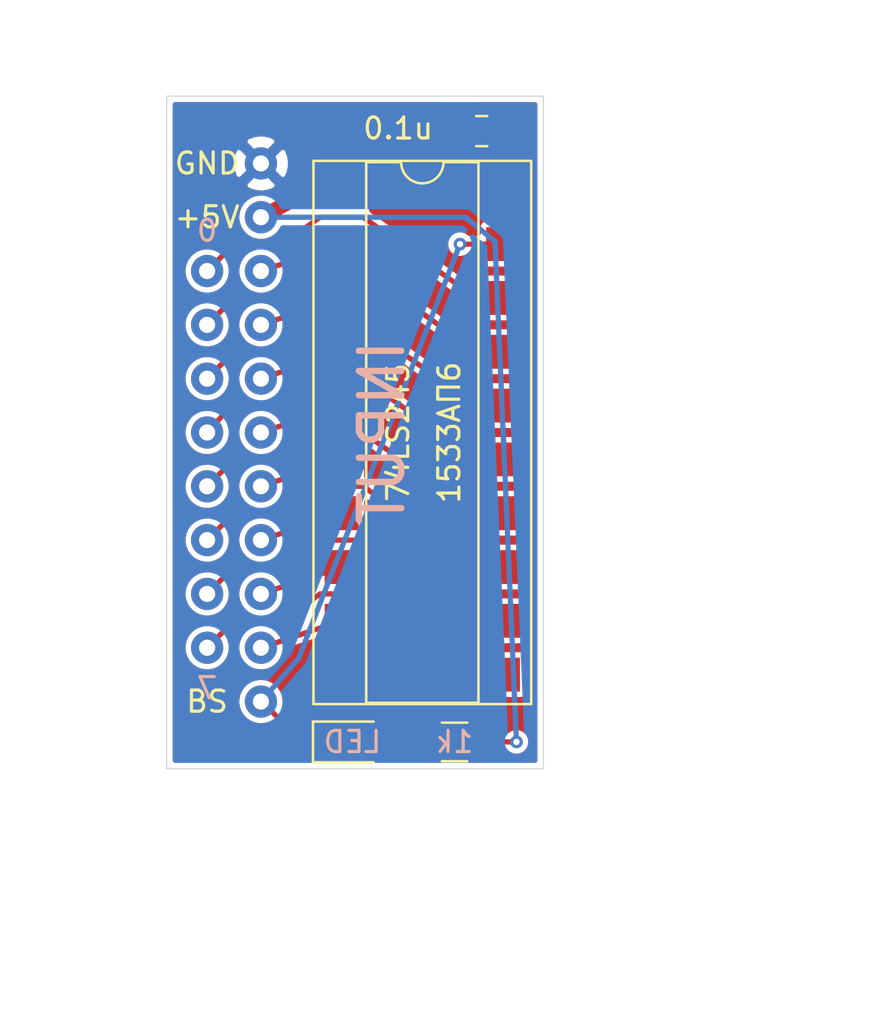
<source format=kicad_pcb>
(kicad_pcb (version 20171130) (host pcbnew 5.1.5+dfsg1-2build2)

  (general
    (thickness 0.8)
    (drawings 12)
    (tracks 77)
    (zones 0)
    (modules 5)
    (nets 21)
  )

  (page A4)
  (layers
    (0 F.Cu signal)
    (31 B.Cu signal)
    (32 B.Adhes user)
    (33 F.Adhes user)
    (34 B.Paste user)
    (35 F.Paste user)
    (36 B.SilkS user)
    (37 F.SilkS user)
    (38 B.Mask user)
    (39 F.Mask user)
    (40 Dwgs.User user)
    (41 Cmts.User user)
    (42 Eco1.User user)
    (43 Eco2.User user)
    (44 Edge.Cuts user)
    (45 Margin user)
    (46 B.CrtYd user)
    (47 F.CrtYd user)
    (48 B.Fab user)
    (49 F.Fab user)
  )

  (setup
    (last_trace_width 0.25)
    (user_trace_width 0.2)
    (user_trace_width 0.5)
    (user_trace_width 0.7)
    (trace_clearance 0.2)
    (zone_clearance 0.254)
    (zone_45_only no)
    (trace_min 0.2)
    (via_size 0.8)
    (via_drill 0.4)
    (via_min_size 0.4)
    (via_min_drill 0.3)
    (user_via 0.6 0.3)
    (uvia_size 0.3)
    (uvia_drill 0.1)
    (uvias_allowed no)
    (uvia_min_size 0.2)
    (uvia_min_drill 0.1)
    (edge_width 0.05)
    (segment_width 0.2)
    (pcb_text_width 0.3)
    (pcb_text_size 1.5 1.5)
    (mod_edge_width 0.12)
    (mod_text_size 1 1)
    (mod_text_width 0.15)
    (pad_size 1.7 1.7)
    (pad_drill 1)
    (pad_to_mask_clearance 0.051)
    (solder_mask_min_width 0.25)
    (aux_axis_origin 0 0)
    (visible_elements FFFFFF7F)
    (pcbplotparams
      (layerselection 0x010fc_ffffffff)
      (usegerberextensions true)
      (usegerberattributes false)
      (usegerberadvancedattributes false)
      (creategerberjobfile false)
      (excludeedgelayer true)
      (linewidth 0.100000)
      (plotframeref false)
      (viasonmask false)
      (mode 1)
      (useauxorigin false)
      (hpglpennumber 1)
      (hpglpenspeed 20)
      (hpglpendiameter 15.000000)
      (psnegative false)
      (psa4output false)
      (plotreference true)
      (plotvalue true)
      (plotinvisibletext false)
      (padsonsilk false)
      (subtractmaskfromsilk true)
      (outputformat 1)
      (mirror false)
      (drillshape 0)
      (scaleselection 1)
      (outputdirectory "gerber/"))
  )

  (net 0 "")
  (net 1 +5V)
  (net 2 GND)
  (net 3 BS)
  (net 4 BD1)
  (net 5 BD2)
  (net 6 BD3)
  (net 7 BD4)
  (net 8 BD5)
  (net 9 BD6)
  (net 10 BD7)
  (net 11 D7)
  (net 12 D6)
  (net 13 D5)
  (net 14 D4)
  (net 15 D3)
  (net 16 D2)
  (net 17 D1)
  (net 18 D0)
  (net 19 BD0)
  (net 20 "Net-(D3-Pad2)")

  (net_class Default "This is the default net class."
    (clearance 0.2)
    (trace_width 0.25)
    (via_dia 0.8)
    (via_drill 0.4)
    (uvia_dia 0.3)
    (uvia_drill 0.1)
    (add_net +5V)
    (add_net BD0)
    (add_net BD1)
    (add_net BD2)
    (add_net BD3)
    (add_net BD4)
    (add_net BD5)
    (add_net BD6)
    (add_net BD7)
    (add_net BS)
    (add_net D0)
    (add_net D1)
    (add_net D2)
    (add_net D3)
    (add_net D4)
    (add_net D5)
    (add_net D6)
    (add_net D7)
    (add_net GND)
    (add_net "Net-(D3-Pad2)")
  )

  (module Resistor_SMD:R_1206_3216Metric (layer F.Cu) (tedit 5B301BBD) (tstamp 634E4E57)
    (at 130.429 53.34)
    (descr "Resistor SMD 1206 (3216 Metric), square (rectangular) end terminal, IPC_7351 nominal, (Body size source: http://www.tortai-tech.com/upload/download/2011102023233369053.pdf), generated with kicad-footprint-generator")
    (tags resistor)
    (path /634EEABB)
    (attr smd)
    (fp_text reference R5 (at 0 -1.82) (layer F.SilkS) hide
      (effects (font (size 1 1) (thickness 0.15)))
    )
    (fp_text value 1k (at 0 0) (layer B.SilkS)
      (effects (font (size 1 1) (thickness 0.15)) (justify mirror))
    )
    (fp_text user %R (at 0 0) (layer F.Fab) hide
      (effects (font (size 0.8 0.8) (thickness 0.12)))
    )
    (fp_line (start 2.28 1.12) (end -2.28 1.12) (layer F.CrtYd) (width 0.05))
    (fp_line (start 2.28 -1.12) (end 2.28 1.12) (layer F.CrtYd) (width 0.05))
    (fp_line (start -2.28 -1.12) (end 2.28 -1.12) (layer F.CrtYd) (width 0.05))
    (fp_line (start -2.28 1.12) (end -2.28 -1.12) (layer F.CrtYd) (width 0.05))
    (fp_line (start -0.602064 0.91) (end 0.602064 0.91) (layer F.SilkS) (width 0.12))
    (fp_line (start -0.602064 -0.91) (end 0.602064 -0.91) (layer F.SilkS) (width 0.12))
    (fp_line (start 1.6 0.8) (end -1.6 0.8) (layer F.Fab) (width 0.1))
    (fp_line (start 1.6 -0.8) (end 1.6 0.8) (layer F.Fab) (width 0.1))
    (fp_line (start -1.6 -0.8) (end 1.6 -0.8) (layer F.Fab) (width 0.1))
    (fp_line (start -1.6 0.8) (end -1.6 -0.8) (layer F.Fab) (width 0.1))
    (pad 2 smd roundrect (at 1.4 0) (size 1.25 1.75) (layers F.Cu F.Paste F.Mask) (roundrect_rratio 0.2)
      (net 1 +5V))
    (pad 1 smd roundrect (at -1.4 0) (size 1.25 1.75) (layers F.Cu F.Paste F.Mask) (roundrect_rratio 0.2)
      (net 20 "Net-(D3-Pad2)"))
    (model ${KISYS3DMOD}/Resistor_SMD.3dshapes/R_1206_3216Metric.wrl
      (at (xyz 0 0 0))
      (scale (xyz 1 1 1))
      (rotate (xyz 0 0 0))
    )
  )

  (module plc88:data_manager_im (layer F.Cu) (tedit 638C3B16) (tstamp 63A49E3B)
    (at 123.825 23.495)
    (path /63A5A2F4)
    (fp_text reference J1 (at 0 -1.905) (layer F.SilkS) hide
      (effects (font (size 1 1) (thickness 0.15)))
    )
    (fp_text value data_manager_i (at 0 -4.445) (layer F.Fab) hide
      (effects (font (size 1 1) (thickness 0.15)))
    )
    (fp_line (start -6.096 28.956) (end -6.096 1.524) (layer B.CrtYd) (width 0.12))
    (fp_line (start -1.524 28.956) (end -6.096 28.956) (layer B.CrtYd) (width 0.12))
    (fp_line (start -1.524 1.524) (end -1.524 28.956) (layer B.CrtYd) (width 0.12))
    (fp_line (start -6.096 1.524) (end -1.524 1.524) (layer B.CrtYd) (width 0.12))
    (fp_line (start -6.096 28.956) (end -6.096 1.524) (layer F.CrtYd) (width 0.12))
    (fp_line (start -1.524 28.956) (end -6.096 28.956) (layer F.CrtYd) (width 0.12))
    (fp_line (start -1.524 1.524) (end -1.524 28.956) (layer F.CrtYd) (width 0.12))
    (fp_line (start -6.096 1.524) (end -1.524 1.524) (layer F.CrtYd) (width 0.12))
    (pad 19 thru_hole circle (at -2.54 27.94) (size 1.524 1.524) (drill 0.762) (layers *.Cu *.Mask)
      (net 3 BS))
    (pad 18 thru_hole circle (at -2.54 5.08) (size 1.524 1.524) (drill 0.762) (layers *.Cu *.Mask)
      (net 1 +5V))
    (pad 17 thru_hole circle (at -2.54 2.54) (size 1.524 1.524) (drill 0.762) (layers *.Cu *.Mask)
      (net 2 GND))
    (pad 16 thru_hole circle (at -2.54 25.4) (size 1.524 1.524) (drill 0.762) (layers *.Cu *.Mask)
      (net 11 D7))
    (pad 15 thru_hole circle (at -5.08 25.4) (size 1.524 1.524) (drill 0.762) (layers *.Cu *.Mask)
      (net 10 BD7))
    (pad 14 thru_hole circle (at -2.54 22.86) (size 1.524 1.524) (drill 0.762) (layers *.Cu *.Mask)
      (net 12 D6))
    (pad 13 thru_hole circle (at -5.08 22.86) (size 1.524 1.524) (drill 0.762) (layers *.Cu *.Mask)
      (net 9 BD6))
    (pad 12 thru_hole circle (at -2.54 20.32) (size 1.524 1.524) (drill 0.762) (layers *.Cu *.Mask)
      (net 13 D5))
    (pad 11 thru_hole circle (at -5.08 20.32) (size 1.524 1.524) (drill 0.762) (layers *.Cu *.Mask)
      (net 8 BD5))
    (pad 10 thru_hole circle (at -2.54 17.78) (size 1.524 1.524) (drill 0.762) (layers *.Cu *.Mask)
      (net 14 D4))
    (pad 9 thru_hole circle (at -5.08 17.78) (size 1.524 1.524) (drill 0.762) (layers *.Cu *.Mask)
      (net 7 BD4))
    (pad 8 thru_hole circle (at -2.54 15.24) (size 1.524 1.524) (drill 0.762) (layers *.Cu *.Mask)
      (net 15 D3))
    (pad 7 thru_hole circle (at -5.08 15.24) (size 1.524 1.524) (drill 0.762) (layers *.Cu *.Mask)
      (net 6 BD3))
    (pad 6 thru_hole circle (at -2.54 12.7) (size 1.524 1.524) (drill 0.762) (layers *.Cu *.Mask)
      (net 16 D2))
    (pad 5 thru_hole circle (at -5.08 12.7) (size 1.524 1.524) (drill 0.762) (layers *.Cu *.Mask)
      (net 5 BD2))
    (pad 4 thru_hole circle (at -2.54 10.16) (size 1.524 1.524) (drill 0.762) (layers *.Cu *.Mask)
      (net 17 D1))
    (pad 3 thru_hole circle (at -5.08 10.16) (size 1.524 1.524) (drill 0.762) (layers *.Cu *.Mask)
      (net 4 BD1))
    (pad 2 thru_hole circle (at -2.54 7.62) (size 1.524 1.524) (drill 0.762) (layers *.Cu *.Mask)
      (net 18 D0))
    (pad 1 thru_hole circle (at -5.08 7.62) (size 1.524 1.524) (drill 0.762) (layers *.Cu *.Mask)
      (net 19 BD0))
  )

  (module Package_DIP:DIP-20_W7.62mm_SMDSocket_SmallPads (layer F.Cu) (tedit 5A02E8C5) (tstamp 634E16CE)
    (at 128.905 38.735)
    (descr "20-lead though-hole mounted DIP package, row spacing 7.62 mm (300 mils), SMDSocket, SmallPads")
    (tags "THT DIP DIL PDIP 2.54mm 7.62mm 300mil SMDSocket SmallPads")
    (path /61CA7483)
    (attr smd)
    (fp_text reference U1 (at 0 -13.76) (layer F.SilkS) hide
      (effects (font (size 1 1) (thickness 0.15)))
    )
    (fp_text value 74LS245 (at -1.143 0 90) (layer F.SilkS)
      (effects (font (size 1 1) (thickness 0.15)))
    )
    (fp_text user %R (at 0 0) (layer F.Fab) hide
      (effects (font (size 1 1) (thickness 0.15)))
    )
    (fp_line (start 5.35 -13.05) (end -5.35 -13.05) (layer F.CrtYd) (width 0.05))
    (fp_line (start 5.35 13.05) (end 5.35 -13.05) (layer F.CrtYd) (width 0.05))
    (fp_line (start -5.35 13.05) (end 5.35 13.05) (layer F.CrtYd) (width 0.05))
    (fp_line (start -5.35 -13.05) (end -5.35 13.05) (layer F.CrtYd) (width 0.05))
    (fp_line (start 5.14 -12.82) (end -5.14 -12.82) (layer F.SilkS) (width 0.12))
    (fp_line (start 5.14 12.82) (end 5.14 -12.82) (layer F.SilkS) (width 0.12))
    (fp_line (start -5.14 12.82) (end 5.14 12.82) (layer F.SilkS) (width 0.12))
    (fp_line (start -5.14 -12.82) (end -5.14 12.82) (layer F.SilkS) (width 0.12))
    (fp_line (start 2.65 -12.76) (end 1 -12.76) (layer F.SilkS) (width 0.12))
    (fp_line (start 2.65 12.76) (end 2.65 -12.76) (layer F.SilkS) (width 0.12))
    (fp_line (start -2.65 12.76) (end 2.65 12.76) (layer F.SilkS) (width 0.12))
    (fp_line (start -2.65 -12.76) (end -2.65 12.76) (layer F.SilkS) (width 0.12))
    (fp_line (start -1 -12.76) (end -2.65 -12.76) (layer F.SilkS) (width 0.12))
    (fp_line (start 5.08 -12.76) (end -5.08 -12.76) (layer F.Fab) (width 0.1))
    (fp_line (start 5.08 12.76) (end 5.08 -12.76) (layer F.Fab) (width 0.1))
    (fp_line (start -5.08 12.76) (end 5.08 12.76) (layer F.Fab) (width 0.1))
    (fp_line (start -5.08 -12.76) (end -5.08 12.76) (layer F.Fab) (width 0.1))
    (fp_line (start -3.175 -11.7) (end -2.175 -12.7) (layer F.Fab) (width 0.1))
    (fp_line (start -3.175 12.7) (end -3.175 -11.7) (layer F.Fab) (width 0.1))
    (fp_line (start 3.175 12.7) (end -3.175 12.7) (layer F.Fab) (width 0.1))
    (fp_line (start 3.175 -12.7) (end 3.175 12.7) (layer F.Fab) (width 0.1))
    (fp_line (start -2.175 -12.7) (end 3.175 -12.7) (layer F.Fab) (width 0.1))
    (fp_arc (start 0 -12.76) (end -1 -12.76) (angle -180) (layer F.SilkS) (width 0.12))
    (fp_text user 1533АП6 (at 1.27 0 90) (layer F.SilkS)
      (effects (font (size 1 1) (thickness 0.15)))
    )
    (pad 20 smd rect (at 3.81 -11.43) (size 1.6 1.6) (layers F.Cu F.Paste F.Mask)
      (net 1 +5V))
    (pad 10 smd rect (at -3.81 11.43) (size 1.6 1.6) (layers F.Cu F.Paste F.Mask)
      (net 2 GND))
    (pad 19 smd rect (at 3.81 -8.89) (size 1.6 1.6) (layers F.Cu F.Paste F.Mask)
      (net 3 BS))
    (pad 9 smd rect (at -3.81 8.89) (size 1.6 1.6) (layers F.Cu F.Paste F.Mask)
      (net 11 D7))
    (pad 18 smd rect (at 3.81 -6.35) (size 1.6 1.6) (layers F.Cu F.Paste F.Mask)
      (net 19 BD0))
    (pad 8 smd rect (at -3.81 6.35) (size 1.6 1.6) (layers F.Cu F.Paste F.Mask)
      (net 12 D6))
    (pad 17 smd rect (at 3.81 -3.81) (size 1.6 1.6) (layers F.Cu F.Paste F.Mask)
      (net 4 BD1))
    (pad 7 smd rect (at -3.81 3.81) (size 1.6 1.6) (layers F.Cu F.Paste F.Mask)
      (net 13 D5))
    (pad 16 smd rect (at 3.81 -1.27) (size 1.6 1.6) (layers F.Cu F.Paste F.Mask)
      (net 5 BD2))
    (pad 6 smd rect (at -3.81 1.27) (size 1.6 1.6) (layers F.Cu F.Paste F.Mask)
      (net 14 D4))
    (pad 15 smd rect (at 3.81 1.27) (size 1.6 1.6) (layers F.Cu F.Paste F.Mask)
      (net 6 BD3))
    (pad 5 smd rect (at -3.81 -1.27) (size 1.6 1.6) (layers F.Cu F.Paste F.Mask)
      (net 15 D3))
    (pad 14 smd rect (at 3.81 3.81) (size 1.6 1.6) (layers F.Cu F.Paste F.Mask)
      (net 7 BD4))
    (pad 4 smd rect (at -3.81 -3.81) (size 1.6 1.6) (layers F.Cu F.Paste F.Mask)
      (net 16 D2))
    (pad 13 smd rect (at 3.81 6.35) (size 1.6 1.6) (layers F.Cu F.Paste F.Mask)
      (net 8 BD5))
    (pad 3 smd rect (at -3.81 -6.35) (size 1.6 1.6) (layers F.Cu F.Paste F.Mask)
      (net 17 D1))
    (pad 12 smd rect (at 3.81 8.89) (size 1.6 1.6) (layers F.Cu F.Paste F.Mask)
      (net 9 BD6))
    (pad 2 smd rect (at -3.81 -8.89) (size 1.6 1.6) (layers F.Cu F.Paste F.Mask)
      (net 18 D0))
    (pad 11 smd rect (at 3.81 11.43) (size 1.6 1.6) (layers F.Cu F.Paste F.Mask)
      (net 10 BD7))
    (pad 1 smd rect (at -3.81 -11.43) (size 1.6 1.6) (layers F.Cu F.Paste F.Mask)
      (net 2 GND))
    (model ${KISYS3DMOD}/Package_DIP.3dshapes/DIP-20_W7.62mm_SMDSocket.wrl
      (at (xyz 0 0 0))
      (scale (xyz 1 1 1))
      (rotate (xyz 0 0 0))
    )
  )

  (module LED_SMD:LED_0805_2012Metric_Pad1.15x1.40mm_HandSolder (layer F.Cu) (tedit 5B4B45C9) (tstamp 634E4CCE)
    (at 125.603 53.34)
    (descr "LED SMD 0805 (2012 Metric), square (rectangular) end terminal, IPC_7351 nominal, (Body size source: https://docs.google.com/spreadsheets/d/1BsfQQcO9C6DZCsRaXUlFlo91Tg2WpOkGARC1WS5S8t0/edit?usp=sharing), generated with kicad-footprint-generator")
    (tags "LED handsolder")
    (path /634E7EAA)
    (attr smd)
    (fp_text reference D3 (at 0 -1.65) (layer F.SilkS) hide
      (effects (font (size 1 1) (thickness 0.15)))
    )
    (fp_text value LED (at 0 0) (layer B.SilkS)
      (effects (font (size 1 1) (thickness 0.15)) (justify mirror))
    )
    (fp_text user %R (at 0 0) (layer F.Fab) hide
      (effects (font (size 0.5 0.5) (thickness 0.08)))
    )
    (fp_line (start 1.85 0.95) (end -1.85 0.95) (layer F.CrtYd) (width 0.05))
    (fp_line (start 1.85 -0.95) (end 1.85 0.95) (layer F.CrtYd) (width 0.05))
    (fp_line (start -1.85 -0.95) (end 1.85 -0.95) (layer F.CrtYd) (width 0.05))
    (fp_line (start -1.85 0.95) (end -1.85 -0.95) (layer F.CrtYd) (width 0.05))
    (fp_line (start -1.86 0.96) (end 1 0.96) (layer F.SilkS) (width 0.12))
    (fp_line (start -1.86 -0.96) (end -1.86 0.96) (layer F.SilkS) (width 0.12))
    (fp_line (start 1 -0.96) (end -1.86 -0.96) (layer F.SilkS) (width 0.12))
    (fp_line (start 1 0.6) (end 1 -0.6) (layer F.Fab) (width 0.1))
    (fp_line (start -1 0.6) (end 1 0.6) (layer F.Fab) (width 0.1))
    (fp_line (start -1 -0.3) (end -1 0.6) (layer F.Fab) (width 0.1))
    (fp_line (start -0.7 -0.6) (end -1 -0.3) (layer F.Fab) (width 0.1))
    (fp_line (start 1 -0.6) (end -0.7 -0.6) (layer F.Fab) (width 0.1))
    (pad 2 smd roundrect (at 1.025 0) (size 1.15 1.4) (layers F.Cu F.Paste F.Mask) (roundrect_rratio 0.217391)
      (net 20 "Net-(D3-Pad2)"))
    (pad 1 smd roundrect (at -1.025 0) (size 1.15 1.4) (layers F.Cu F.Paste F.Mask) (roundrect_rratio 0.217391)
      (net 3 BS))
    (model ${KISYS3DMOD}/LED_SMD.3dshapes/LED_0805_2012Metric.wrl
      (at (xyz 0 0 0))
      (scale (xyz 1 1 1))
      (rotate (xyz 0 0 0))
    )
  )

  (module Capacitor_SMD:C_0805_2012Metric_Pad1.15x1.40mm_HandSolder (layer F.Cu) (tedit 5B36C52B) (tstamp 634E1599)
    (at 131.708 24.511)
    (descr "Capacitor SMD 0805 (2012 Metric), square (rectangular) end terminal, IPC_7351 nominal with elongated pad for handsoldering. (Body size source: https://docs.google.com/spreadsheets/d/1BsfQQcO9C6DZCsRaXUlFlo91Tg2WpOkGARC1WS5S8t0/edit?usp=sharing), generated with kicad-footprint-generator")
    (tags "capacitor handsolder")
    (path /61CBF854)
    (attr smd)
    (fp_text reference C1 (at 0 -1.65) (layer F.SilkS) hide
      (effects (font (size 1 1) (thickness 0.15)))
    )
    (fp_text value 0.1u (at -3.946 -0.127) (layer F.SilkS)
      (effects (font (size 1 1) (thickness 0.15)))
    )
    (fp_text user %R (at 0 0) (layer F.Fab) hide
      (effects (font (size 0.5 0.5) (thickness 0.08)))
    )
    (fp_line (start 1.85 0.95) (end -1.85 0.95) (layer F.CrtYd) (width 0.05))
    (fp_line (start 1.85 -0.95) (end 1.85 0.95) (layer F.CrtYd) (width 0.05))
    (fp_line (start -1.85 -0.95) (end 1.85 -0.95) (layer F.CrtYd) (width 0.05))
    (fp_line (start -1.85 0.95) (end -1.85 -0.95) (layer F.CrtYd) (width 0.05))
    (fp_line (start -0.261252 0.71) (end 0.261252 0.71) (layer F.SilkS) (width 0.12))
    (fp_line (start -0.261252 -0.71) (end 0.261252 -0.71) (layer F.SilkS) (width 0.12))
    (fp_line (start 1 0.6) (end -1 0.6) (layer F.Fab) (width 0.1))
    (fp_line (start 1 -0.6) (end 1 0.6) (layer F.Fab) (width 0.1))
    (fp_line (start -1 -0.6) (end 1 -0.6) (layer F.Fab) (width 0.1))
    (fp_line (start -1 0.6) (end -1 -0.6) (layer F.Fab) (width 0.1))
    (pad 2 smd roundrect (at 1.025 0) (size 1.15 1.4) (layers F.Cu F.Paste F.Mask) (roundrect_rratio 0.217391)
      (net 1 +5V))
    (pad 1 smd roundrect (at -1.025 0) (size 1.15 1.4) (layers F.Cu F.Paste F.Mask) (roundrect_rratio 0.217391)
      (net 2 GND))
    (model ${KISYS3DMOD}/Capacitor_SMD.3dshapes/C_0805_2012Metric.wrl
      (at (xyz 0 0 0))
      (scale (xyz 1 1 1))
      (rotate (xyz 0 0 0))
    )
  )

  (gr_text INPUT (at 127 38.735 90) (layer B.SilkS)
    (effects (font (size 2 2) (thickness 0.3)) (justify mirror))
  )
  (gr_text 7 (at 118.745 50.8) (layer B.SilkS)
    (effects (font (size 1 1) (thickness 0.15)) (justify mirror))
  )
  (gr_text 0 (at 118.745 29.21) (layer B.SilkS)
    (effects (font (size 1 1) (thickness 0.15)) (justify mirror))
  )
  (dimension 31.75 (width 0.15) (layer F.Fab)
    (gr_text "31,750 mm" (at 138.46 38.735 270) (layer F.Fab)
      (effects (font (size 1 1) (thickness 0.15)))
    )
    (feature1 (pts (xy 134.62 54.61) (xy 137.746421 54.61)))
    (feature2 (pts (xy 134.62 22.86) (xy 137.746421 22.86)))
    (crossbar (pts (xy 137.16 22.86) (xy 137.16 54.61)))
    (arrow1a (pts (xy 137.16 54.61) (xy 136.573579 53.483496)))
    (arrow1b (pts (xy 137.16 54.61) (xy 137.746421 53.483496)))
    (arrow2a (pts (xy 137.16 22.86) (xy 136.573579 23.986504)))
    (arrow2b (pts (xy 137.16 22.86) (xy 137.746421 23.986504)))
  )
  (gr_text GND (at 118.745 26.035) (layer F.SilkS)
    (effects (font (size 1 1) (thickness 0.15)))
  )
  (gr_text +5V (at 118.745 28.575) (layer F.SilkS)
    (effects (font (size 1 1) (thickness 0.15)))
  )
  (gr_text BS (at 118.745 51.435) (layer F.SilkS)
    (effects (font (size 1 1) (thickness 0.15)))
  )
  (dimension 17.78 (width 0.15) (layer F.Fab)
    (gr_text "17,780 mm" (at 125.73 19.02) (layer F.Fab)
      (effects (font (size 1 1) (thickness 0.15)))
    )
    (feature1 (pts (xy 134.62 22.86) (xy 134.62 19.733579)))
    (feature2 (pts (xy 116.84 22.86) (xy 116.84 19.733579)))
    (crossbar (pts (xy 116.84 20.32) (xy 134.62 20.32)))
    (arrow1a (pts (xy 134.62 20.32) (xy 133.493496 20.906421)))
    (arrow1b (pts (xy 134.62 20.32) (xy 133.493496 19.733579)))
    (arrow2a (pts (xy 116.84 20.32) (xy 117.966504 20.906421)))
    (arrow2b (pts (xy 116.84 20.32) (xy 117.966504 19.733579)))
  )
  (gr_line (start 116.84 54.61) (end 116.84 22.86) (layer Edge.Cuts) (width 0.05) (tstamp 634EC3D1))
  (gr_line (start 134.62 54.61) (end 116.84 54.61) (layer Edge.Cuts) (width 0.05))
  (gr_line (start 134.62 22.86) (end 134.62 54.61) (layer Edge.Cuts) (width 0.05))
  (gr_line (start 116.84 22.86) (end 134.62 22.86) (layer Edge.Cuts) (width 0.05))

  (segment (start 122.936 27.686) (end 123.063 24.892) (width 0.7) (layer F.Cu) (net 1))
  (segment (start 121.285 28.575) (end 122.936 27.686) (width 0.7) (layer F.Cu) (net 1))
  (segment (start 123.063 24.892) (end 125.095 24.892) (width 0.7) (layer F.Cu) (net 1))
  (segment (start 132.715 27.305) (end 132.733 24.511) (width 0.25) (layer F.Cu) (net 1))
  (segment (start 125.095 24.892) (end 127.381 24.892) (width 0.5) (layer F.Cu) (net 1))
  (segment (start 127.381 24.892) (end 131.318 27.305) (width 0.5) (layer F.Cu) (net 1))
  (segment (start 131.318 27.305) (end 132.715 27.305) (width 0.5) (layer F.Cu) (net 1))
  (segment (start 131.829 53.34) (end 133.35 53.34) (width 0.25) (layer F.Cu) (net 1))
  (segment (start 133.35 53.34) (end 133.35 53.34) (width 0.25) (layer F.Cu) (net 1) (tstamp 63A4A90D))
  (via (at 133.35 53.34) (size 0.6) (drill 0.3) (layers F.Cu B.Cu) (net 1))
  (segment (start 133.35 53.34) (end 132.334 29.718) (width 0.25) (layer B.Cu) (net 1))
  (segment (start 132.334 29.718) (end 130.937 28.575) (width 0.25) (layer B.Cu) (net 1))
  (segment (start 130.937 28.575) (end 121.285 28.575) (width 0.25) (layer B.Cu) (net 1))
  (segment (start 132.715 29.845) (end 130.683 29.845) (width 0.25) (layer F.Cu) (net 3))
  (segment (start 130.683 29.845) (end 130.683 29.845) (width 0.25) (layer F.Cu) (net 3) (tstamp 6394C819))
  (via (at 130.683 29.845) (size 0.6) (drill 0.3) (layers F.Cu B.Cu) (net 3))
  (segment (start 130.683 29.845) (end 123.063 49.403) (width 0.25) (layer B.Cu) (net 3))
  (segment (start 123.063 49.403) (end 121.285 51.435) (width 0.25) (layer B.Cu) (net 3))
  (segment (start 121.285 51.435) (end 123.317 53.34) (width 0.25) (layer F.Cu) (net 3))
  (segment (start 123.317 53.34) (end 124.578 53.34) (width 0.25) (layer F.Cu) (net 3))
  (segment (start 131.445 34.925) (end 132.715 34.925) (width 0.25) (layer F.Cu) (net 4))
  (segment (start 126.111 31.115) (end 131.445 34.925) (width 0.25) (layer F.Cu) (net 4))
  (segment (start 124.079 31.115) (end 126.111 31.115) (width 0.25) (layer F.Cu) (net 4))
  (segment (start 122.301 32.385) (end 124.079 31.115) (width 0.25) (layer F.Cu) (net 4))
  (segment (start 120.015 32.385) (end 122.301 32.385) (width 0.25) (layer F.Cu) (net 4))
  (segment (start 118.745 33.655) (end 120.015 32.385) (width 0.25) (layer F.Cu) (net 4))
  (segment (start 131.445 37.465) (end 132.715 37.465) (width 0.25) (layer F.Cu) (net 5))
  (segment (start 126.111 33.655) (end 131.445 37.465) (width 0.25) (layer F.Cu) (net 5))
  (segment (start 124.079 33.655) (end 126.111 33.655) (width 0.25) (layer F.Cu) (net 5))
  (segment (start 122.301 34.925) (end 124.079 33.655) (width 0.25) (layer F.Cu) (net 5))
  (segment (start 120.015 34.925) (end 122.301 34.925) (width 0.25) (layer F.Cu) (net 5))
  (segment (start 118.745 36.195) (end 120.015 34.925) (width 0.25) (layer F.Cu) (net 5))
  (segment (start 120.015 37.338) (end 118.745 38.735) (width 0.25) (layer F.Cu) (net 6))
  (segment (start 122.301 37.338) (end 120.015 37.338) (width 0.25) (layer F.Cu) (net 6))
  (segment (start 124.079 36.195) (end 122.301 37.338) (width 0.25) (layer F.Cu) (net 6))
  (segment (start 131.445 40.005) (end 126.111 36.195) (width 0.25) (layer F.Cu) (net 6))
  (segment (start 126.111 36.195) (end 124.079 36.195) (width 0.25) (layer F.Cu) (net 6))
  (segment (start 132.715 40.005) (end 131.445 40.005) (width 0.25) (layer F.Cu) (net 6))
  (segment (start 131.445 42.545) (end 132.715 42.545) (width 0.25) (layer F.Cu) (net 7))
  (segment (start 126.111 38.735) (end 131.445 42.545) (width 0.25) (layer F.Cu) (net 7))
  (segment (start 124.206 38.735) (end 126.111 38.735) (width 0.25) (layer F.Cu) (net 7))
  (segment (start 122.301 40.005) (end 124.206 38.735) (width 0.25) (layer F.Cu) (net 7))
  (segment (start 120.015 40.005) (end 122.301 40.005) (width 0.25) (layer F.Cu) (net 7))
  (segment (start 118.745 41.275) (end 120.015 40.005) (width 0.25) (layer F.Cu) (net 7))
  (segment (start 126.111 41.275) (end 131.445 45.085) (width 0.25) (layer F.Cu) (net 8))
  (segment (start 131.445 45.085) (end 132.715 45.085) (width 0.25) (layer F.Cu) (net 8))
  (segment (start 124.079 41.275) (end 126.111 41.275) (width 0.25) (layer F.Cu) (net 8))
  (segment (start 122.301 42.545) (end 124.079 41.275) (width 0.25) (layer F.Cu) (net 8))
  (segment (start 120.015 42.545) (end 122.301 42.545) (width 0.25) (layer F.Cu) (net 8))
  (segment (start 118.745 43.815) (end 120.015 42.545) (width 0.25) (layer F.Cu) (net 8))
  (segment (start 131.445 47.625) (end 132.715 47.625) (width 0.25) (layer F.Cu) (net 9))
  (segment (start 124.079 43.815) (end 126.111 43.815) (width 0.25) (layer F.Cu) (net 9))
  (segment (start 126.111 43.815) (end 131.445 47.625) (width 0.25) (layer F.Cu) (net 9))
  (segment (start 122.301 45.085) (end 124.079 43.815) (width 0.25) (layer F.Cu) (net 9))
  (segment (start 120.015 45.085) (end 122.301 45.085) (width 0.25) (layer F.Cu) (net 9))
  (segment (start 118.745 46.355) (end 120.015 45.085) (width 0.25) (layer F.Cu) (net 9))
  (segment (start 131.445 50.165) (end 132.715 50.165) (width 0.25) (layer F.Cu) (net 10))
  (segment (start 126.111 46.355) (end 131.445 50.165) (width 0.25) (layer F.Cu) (net 10))
  (segment (start 124.079 46.355) (end 126.111 46.355) (width 0.25) (layer F.Cu) (net 10))
  (segment (start 122.301 47.625) (end 124.079 46.355) (width 0.25) (layer F.Cu) (net 10))
  (segment (start 120.015 47.625) (end 122.301 47.625) (width 0.25) (layer F.Cu) (net 10))
  (segment (start 118.745 48.895) (end 120.015 47.625) (width 0.25) (layer F.Cu) (net 10))
  (segment (start 121.285 48.895) (end 125.095 47.625) (width 0.25) (layer F.Cu) (net 11))
  (segment (start 121.285 46.355) (end 125.095 45.085) (width 0.25) (layer F.Cu) (net 12))
  (segment (start 121.285 43.815) (end 125.095 42.545) (width 0.25) (layer F.Cu) (net 13))
  (segment (start 121.285 41.275) (end 125.095 40.005) (width 0.25) (layer F.Cu) (net 14))
  (segment (start 121.285 38.735) (end 125.095 37.465) (width 0.25) (layer F.Cu) (net 15))
  (segment (start 121.285 36.195) (end 125.095 34.925) (width 0.25) (layer F.Cu) (net 16))
  (segment (start 121.285 33.655) (end 125.095 32.385) (width 0.25) (layer F.Cu) (net 17))
  (segment (start 121.285 31.115) (end 125.095 29.845) (width 0.25) (layer F.Cu) (net 18))
  (segment (start 131.445 32.385) (end 132.715 32.385) (width 0.25) (layer F.Cu) (net 19))
  (segment (start 126.111 28.575) (end 131.445 32.385) (width 0.25) (layer F.Cu) (net 19))
  (segment (start 124.079 28.575) (end 126.111 28.575) (width 0.25) (layer F.Cu) (net 19))
  (segment (start 122.301 29.845) (end 124.079 28.575) (width 0.25) (layer F.Cu) (net 19))
  (segment (start 120.015 29.845) (end 122.301 29.845) (width 0.25) (layer F.Cu) (net 19))
  (segment (start 118.745 31.115) (end 120.015 29.845) (width 0.25) (layer F.Cu) (net 19))
  (segment (start 126.628 53.34) (end 129.029 53.34) (width 0.25) (layer F.Cu) (net 20))

  (zone (net 2) (net_name GND) (layer B.Cu) (tstamp 6357C140) (hatch edge 0.508)
    (connect_pads (clearance 0.254))
    (min_thickness 0.254)
    (fill yes (arc_segments 32) (thermal_gap 0.508) (thermal_bridge_width 0.508))
    (polygon
      (pts
        (xy 148.082 64.262) (xy 112.522 64.389) (xy 112.395 22.225) (xy 148.463 22.86)
      )
    )
    (filled_polygon
      (pts
        (xy 134.214001 54.204) (xy 117.246 54.204) (xy 117.246 48.782424) (xy 117.602 48.782424) (xy 117.602 49.007576)
        (xy 117.645925 49.228401) (xy 117.732087 49.436413) (xy 117.857174 49.62362) (xy 118.01638 49.782826) (xy 118.203587 49.907913)
        (xy 118.411599 49.994075) (xy 118.632424 50.038) (xy 118.857576 50.038) (xy 119.078401 49.994075) (xy 119.286413 49.907913)
        (xy 119.47362 49.782826) (xy 119.632826 49.62362) (xy 119.757913 49.436413) (xy 119.844075 49.228401) (xy 119.888 49.007576)
        (xy 119.888 48.782424) (xy 120.142 48.782424) (xy 120.142 49.007576) (xy 120.185925 49.228401) (xy 120.272087 49.436413)
        (xy 120.397174 49.62362) (xy 120.55638 49.782826) (xy 120.743587 49.907913) (xy 120.951599 49.994075) (xy 121.172424 50.038)
        (xy 121.397576 50.038) (xy 121.618401 49.994075) (xy 121.826413 49.907913) (xy 122.01362 49.782826) (xy 122.172826 49.62362)
        (xy 122.297913 49.436413) (xy 122.384075 49.228401) (xy 122.428 49.007576) (xy 122.428 48.782424) (xy 122.384075 48.561599)
        (xy 122.297913 48.353587) (xy 122.172826 48.16638) (xy 122.01362 48.007174) (xy 121.826413 47.882087) (xy 121.618401 47.795925)
        (xy 121.397576 47.752) (xy 121.172424 47.752) (xy 120.951599 47.795925) (xy 120.743587 47.882087) (xy 120.55638 48.007174)
        (xy 120.397174 48.16638) (xy 120.272087 48.353587) (xy 120.185925 48.561599) (xy 120.142 48.782424) (xy 119.888 48.782424)
        (xy 119.844075 48.561599) (xy 119.757913 48.353587) (xy 119.632826 48.16638) (xy 119.47362 48.007174) (xy 119.286413 47.882087)
        (xy 119.078401 47.795925) (xy 118.857576 47.752) (xy 118.632424 47.752) (xy 118.411599 47.795925) (xy 118.203587 47.882087)
        (xy 118.01638 48.007174) (xy 117.857174 48.16638) (xy 117.732087 48.353587) (xy 117.645925 48.561599) (xy 117.602 48.782424)
        (xy 117.246 48.782424) (xy 117.246 46.242424) (xy 117.602 46.242424) (xy 117.602 46.467576) (xy 117.645925 46.688401)
        (xy 117.732087 46.896413) (xy 117.857174 47.08362) (xy 118.01638 47.242826) (xy 118.203587 47.367913) (xy 118.411599 47.454075)
        (xy 118.632424 47.498) (xy 118.857576 47.498) (xy 119.078401 47.454075) (xy 119.286413 47.367913) (xy 119.47362 47.242826)
        (xy 119.632826 47.08362) (xy 119.757913 46.896413) (xy 119.844075 46.688401) (xy 119.888 46.467576) (xy 119.888 46.242424)
        (xy 120.142 46.242424) (xy 120.142 46.467576) (xy 120.185925 46.688401) (xy 120.272087 46.896413) (xy 120.397174 47.08362)
        (xy 120.55638 47.242826) (xy 120.743587 47.367913) (xy 120.951599 47.454075) (xy 121.172424 47.498) (xy 121.397576 47.498)
        (xy 121.618401 47.454075) (xy 121.826413 47.367913) (xy 122.01362 47.242826) (xy 122.172826 47.08362) (xy 122.297913 46.896413)
        (xy 122.384075 46.688401) (xy 122.428 46.467576) (xy 122.428 46.242424) (xy 122.384075 46.021599) (xy 122.297913 45.813587)
        (xy 122.172826 45.62638) (xy 122.01362 45.467174) (xy 121.826413 45.342087) (xy 121.618401 45.255925) (xy 121.397576 45.212)
        (xy 121.172424 45.212) (xy 120.951599 45.255925) (xy 120.743587 45.342087) (xy 120.55638 45.467174) (xy 120.397174 45.62638)
        (xy 120.272087 45.813587) (xy 120.185925 46.021599) (xy 120.142 46.242424) (xy 119.888 46.242424) (xy 119.844075 46.021599)
        (xy 119.757913 45.813587) (xy 119.632826 45.62638) (xy 119.47362 45.467174) (xy 119.286413 45.342087) (xy 119.078401 45.255925)
        (xy 118.857576 45.212) (xy 118.632424 45.212) (xy 118.411599 45.255925) (xy 118.203587 45.342087) (xy 118.01638 45.467174)
        (xy 117.857174 45.62638) (xy 117.732087 45.813587) (xy 117.645925 46.021599) (xy 117.602 46.242424) (xy 117.246 46.242424)
        (xy 117.246 43.702424) (xy 117.602 43.702424) (xy 117.602 43.927576) (xy 117.645925 44.148401) (xy 117.732087 44.356413)
        (xy 117.857174 44.54362) (xy 118.01638 44.702826) (xy 118.203587 44.827913) (xy 118.411599 44.914075) (xy 118.632424 44.958)
        (xy 118.857576 44.958) (xy 119.078401 44.914075) (xy 119.286413 44.827913) (xy 119.47362 44.702826) (xy 119.632826 44.54362)
        (xy 119.757913 44.356413) (xy 119.844075 44.148401) (xy 119.888 43.927576) (xy 119.888 43.702424) (xy 120.142 43.702424)
        (xy 120.142 43.927576) (xy 120.185925 44.148401) (xy 120.272087 44.356413) (xy 120.397174 44.54362) (xy 120.55638 44.702826)
        (xy 120.743587 44.827913) (xy 120.951599 44.914075) (xy 121.172424 44.958) (xy 121.397576 44.958) (xy 121.618401 44.914075)
        (xy 121.826413 44.827913) (xy 122.01362 44.702826) (xy 122.172826 44.54362) (xy 122.297913 44.356413) (xy 122.384075 44.148401)
        (xy 122.428 43.927576) (xy 122.428 43.702424) (xy 122.384075 43.481599) (xy 122.297913 43.273587) (xy 122.172826 43.08638)
        (xy 122.01362 42.927174) (xy 121.826413 42.802087) (xy 121.618401 42.715925) (xy 121.397576 42.672) (xy 121.172424 42.672)
        (xy 120.951599 42.715925) (xy 120.743587 42.802087) (xy 120.55638 42.927174) (xy 120.397174 43.08638) (xy 120.272087 43.273587)
        (xy 120.185925 43.481599) (xy 120.142 43.702424) (xy 119.888 43.702424) (xy 119.844075 43.481599) (xy 119.757913 43.273587)
        (xy 119.632826 43.08638) (xy 119.47362 42.927174) (xy 119.286413 42.802087) (xy 119.078401 42.715925) (xy 118.857576 42.672)
        (xy 118.632424 42.672) (xy 118.411599 42.715925) (xy 118.203587 42.802087) (xy 118.01638 42.927174) (xy 117.857174 43.08638)
        (xy 117.732087 43.273587) (xy 117.645925 43.481599) (xy 117.602 43.702424) (xy 117.246 43.702424) (xy 117.246 41.162424)
        (xy 117.602 41.162424) (xy 117.602 41.387576) (xy 117.645925 41.608401) (xy 117.732087 41.816413) (xy 117.857174 42.00362)
        (xy 118.01638 42.162826) (xy 118.203587 42.287913) (xy 118.411599 42.374075) (xy 118.632424 42.418) (xy 118.857576 42.418)
        (xy 119.078401 42.374075) (xy 119.286413 42.287913) (xy 119.47362 42.162826) (xy 119.632826 42.00362) (xy 119.757913 41.816413)
        (xy 119.844075 41.608401) (xy 119.888 41.387576) (xy 119.888 41.162424) (xy 120.142 41.162424) (xy 120.142 41.387576)
        (xy 120.185925 41.608401) (xy 120.272087 41.816413) (xy 120.397174 42.00362) (xy 120.55638 42.162826) (xy 120.743587 42.287913)
        (xy 120.951599 42.374075) (xy 121.172424 42.418) (xy 121.397576 42.418) (xy 121.618401 42.374075) (xy 121.826413 42.287913)
        (xy 122.01362 42.162826) (xy 122.172826 42.00362) (xy 122.297913 41.816413) (xy 122.384075 41.608401) (xy 122.428 41.387576)
        (xy 122.428 41.162424) (xy 122.384075 40.941599) (xy 122.297913 40.733587) (xy 122.172826 40.54638) (xy 122.01362 40.387174)
        (xy 121.826413 40.262087) (xy 121.618401 40.175925) (xy 121.397576 40.132) (xy 121.172424 40.132) (xy 120.951599 40.175925)
        (xy 120.743587 40.262087) (xy 120.55638 40.387174) (xy 120.397174 40.54638) (xy 120.272087 40.733587) (xy 120.185925 40.941599)
        (xy 120.142 41.162424) (xy 119.888 41.162424) (xy 119.844075 40.941599) (xy 119.757913 40.733587) (xy 119.632826 40.54638)
        (xy 119.47362 40.387174) (xy 119.286413 40.262087) (xy 119.078401 40.175925) (xy 118.857576 40.132) (xy 118.632424 40.132)
        (xy 118.411599 40.175925) (xy 118.203587 40.262087) (xy 118.01638 40.387174) (xy 117.857174 40.54638) (xy 117.732087 40.733587)
        (xy 117.645925 40.941599) (xy 117.602 41.162424) (xy 117.246 41.162424) (xy 117.246 38.622424) (xy 117.602 38.622424)
        (xy 117.602 38.847576) (xy 117.645925 39.068401) (xy 117.732087 39.276413) (xy 117.857174 39.46362) (xy 118.01638 39.622826)
        (xy 118.203587 39.747913) (xy 118.411599 39.834075) (xy 118.632424 39.878) (xy 118.857576 39.878) (xy 119.078401 39.834075)
        (xy 119.286413 39.747913) (xy 119.47362 39.622826) (xy 119.632826 39.46362) (xy 119.757913 39.276413) (xy 119.844075 39.068401)
        (xy 119.888 38.847576) (xy 119.888 38.622424) (xy 120.142 38.622424) (xy 120.142 38.847576) (xy 120.185925 39.068401)
        (xy 120.272087 39.276413) (xy 120.397174 39.46362) (xy 120.55638 39.622826) (xy 120.743587 39.747913) (xy 120.951599 39.834075)
        (xy 121.172424 39.878) (xy 121.397576 39.878) (xy 121.618401 39.834075) (xy 121.826413 39.747913) (xy 122.01362 39.622826)
        (xy 122.172826 39.46362) (xy 122.297913 39.276413) (xy 122.384075 39.068401) (xy 122.428 38.847576) (xy 122.428 38.622424)
        (xy 122.384075 38.401599) (xy 122.297913 38.193587) (xy 122.172826 38.00638) (xy 122.01362 37.847174) (xy 121.826413 37.722087)
        (xy 121.618401 37.635925) (xy 121.397576 37.592) (xy 121.172424 37.592) (xy 120.951599 37.635925) (xy 120.743587 37.722087)
        (xy 120.55638 37.847174) (xy 120.397174 38.00638) (xy 120.272087 38.193587) (xy 120.185925 38.401599) (xy 120.142 38.622424)
        (xy 119.888 38.622424) (xy 119.844075 38.401599) (xy 119.757913 38.193587) (xy 119.632826 38.00638) (xy 119.47362 37.847174)
        (xy 119.286413 37.722087) (xy 119.078401 37.635925) (xy 118.857576 37.592) (xy 118.632424 37.592) (xy 118.411599 37.635925)
        (xy 118.203587 37.722087) (xy 118.01638 37.847174) (xy 117.857174 38.00638) (xy 117.732087 38.193587) (xy 117.645925 38.401599)
        (xy 117.602 38.622424) (xy 117.246 38.622424) (xy 117.246 36.082424) (xy 117.602 36.082424) (xy 117.602 36.307576)
        (xy 117.645925 36.528401) (xy 117.732087 36.736413) (xy 117.857174 36.92362) (xy 118.01638 37.082826) (xy 118.203587 37.207913)
        (xy 118.411599 37.294075) (xy 118.632424 37.338) (xy 118.857576 37.338) (xy 119.078401 37.294075) (xy 119.286413 37.207913)
        (xy 119.47362 37.082826) (xy 119.632826 36.92362) (xy 119.757913 36.736413) (xy 119.844075 36.528401) (xy 119.888 36.307576)
        (xy 119.888 36.082424) (xy 120.142 36.082424) (xy 120.142 36.307576) (xy 120.185925 36.528401) (xy 120.272087 36.736413)
        (xy 120.397174 36.92362) (xy 120.55638 37.082826) (xy 120.743587 37.207913) (xy 120.951599 37.294075) (xy 121.172424 37.338)
        (xy 121.397576 37.338) (xy 121.618401 37.294075) (xy 121.826413 37.207913) (xy 122.01362 37.082826) (xy 122.172826 36.92362)
        (xy 122.297913 36.736413) (xy 122.384075 36.528401) (xy 122.428 36.307576) (xy 122.428 36.082424) (xy 122.384075 35.861599)
        (xy 122.297913 35.653587) (xy 122.172826 35.46638) (xy 122.01362 35.307174) (xy 121.826413 35.182087) (xy 121.618401 35.095925)
        (xy 121.397576 35.052) (xy 121.172424 35.052) (xy 120.951599 35.095925) (xy 120.743587 35.182087) (xy 120.55638 35.307174)
        (xy 120.397174 35.46638) (xy 120.272087 35.653587) (xy 120.185925 35.861599) (xy 120.142 36.082424) (xy 119.888 36.082424)
        (xy 119.844075 35.861599) (xy 119.757913 35.653587) (xy 119.632826 35.46638) (xy 119.47362 35.307174) (xy 119.286413 35.182087)
        (xy 119.078401 35.095925) (xy 118.857576 35.052) (xy 118.632424 35.052) (xy 118.411599 35.095925) (xy 118.203587 35.182087)
        (xy 118.01638 35.307174) (xy 117.857174 35.46638) (xy 117.732087 35.653587) (xy 117.645925 35.861599) (xy 117.602 36.082424)
        (xy 117.246 36.082424) (xy 117.246 33.542424) (xy 117.602 33.542424) (xy 117.602 33.767576) (xy 117.645925 33.988401)
        (xy 117.732087 34.196413) (xy 117.857174 34.38362) (xy 118.01638 34.542826) (xy 118.203587 34.667913) (xy 118.411599 34.754075)
        (xy 118.632424 34.798) (xy 118.857576 34.798) (xy 119.078401 34.754075) (xy 119.286413 34.667913) (xy 119.47362 34.542826)
        (xy 119.632826 34.38362) (xy 119.757913 34.196413) (xy 119.844075 33.988401) (xy 119.888 33.767576) (xy 119.888 33.542424)
        (xy 120.142 33.542424) (xy 120.142 33.767576) (xy 120.185925 33.988401) (xy 120.272087 34.196413) (xy 120.397174 34.38362)
        (xy 120.55638 34.542826) (xy 120.743587 34.667913) (xy 120.951599 34.754075) (xy 121.172424 34.798) (xy 121.397576 34.798)
        (xy 121.618401 34.754075) (xy 121.826413 34.667913) (xy 122.01362 34.542826) (xy 122.172826 34.38362) (xy 122.297913 34.196413)
        (xy 122.384075 33.988401) (xy 122.428 33.767576) (xy 122.428 33.542424) (xy 122.384075 33.321599) (xy 122.297913 33.113587)
        (xy 122.172826 32.92638) (xy 122.01362 32.767174) (xy 121.826413 32.642087) (xy 121.618401 32.555925) (xy 121.397576 32.512)
        (xy 121.172424 32.512) (xy 120.951599 32.555925) (xy 120.743587 32.642087) (xy 120.55638 32.767174) (xy 120.397174 32.92638)
        (xy 120.272087 33.113587) (xy 120.185925 33.321599) (xy 120.142 33.542424) (xy 119.888 33.542424) (xy 119.844075 33.321599)
        (xy 119.757913 33.113587) (xy 119.632826 32.92638) (xy 119.47362 32.767174) (xy 119.286413 32.642087) (xy 119.078401 32.555925)
        (xy 118.857576 32.512) (xy 118.632424 32.512) (xy 118.411599 32.555925) (xy 118.203587 32.642087) (xy 118.01638 32.767174)
        (xy 117.857174 32.92638) (xy 117.732087 33.113587) (xy 117.645925 33.321599) (xy 117.602 33.542424) (xy 117.246 33.542424)
        (xy 117.246 31.002424) (xy 117.602 31.002424) (xy 117.602 31.227576) (xy 117.645925 31.448401) (xy 117.732087 31.656413)
        (xy 117.857174 31.84362) (xy 118.01638 32.002826) (xy 118.203587 32.127913) (xy 118.411599 32.214075) (xy 118.632424 32.258)
        (xy 118.857576 32.258) (xy 119.078401 32.214075) (xy 119.286413 32.127913) (xy 119.47362 32.002826) (xy 119.632826 31.84362)
        (xy 119.757913 31.656413) (xy 119.844075 31.448401) (xy 119.888 31.227576) (xy 119.888 31.002424) (xy 120.142 31.002424)
        (xy 120.142 31.227576) (xy 120.185925 31.448401) (xy 120.272087 31.656413) (xy 120.397174 31.84362) (xy 120.55638 32.002826)
        (xy 120.743587 32.127913) (xy 120.951599 32.214075) (xy 121.172424 32.258) (xy 121.397576 32.258) (xy 121.618401 32.214075)
        (xy 121.826413 32.127913) (xy 122.01362 32.002826) (xy 122.172826 31.84362) (xy 122.297913 31.656413) (xy 122.384075 31.448401)
        (xy 122.428 31.227576) (xy 122.428 31.002424) (xy 122.384075 30.781599) (xy 122.297913 30.573587) (xy 122.172826 30.38638)
        (xy 122.01362 30.227174) (xy 121.826413 30.102087) (xy 121.618401 30.015925) (xy 121.397576 29.972) (xy 121.172424 29.972)
        (xy 120.951599 30.015925) (xy 120.743587 30.102087) (xy 120.55638 30.227174) (xy 120.397174 30.38638) (xy 120.272087 30.573587)
        (xy 120.185925 30.781599) (xy 120.142 31.002424) (xy 119.888 31.002424) (xy 119.844075 30.781599) (xy 119.757913 30.573587)
        (xy 119.632826 30.38638) (xy 119.47362 30.227174) (xy 119.286413 30.102087) (xy 119.078401 30.015925) (xy 118.857576 29.972)
        (xy 118.632424 29.972) (xy 118.411599 30.015925) (xy 118.203587 30.102087) (xy 118.01638 30.227174) (xy 117.857174 30.38638)
        (xy 117.732087 30.573587) (xy 117.645925 30.781599) (xy 117.602 31.002424) (xy 117.246 31.002424) (xy 117.246 28.462424)
        (xy 120.142 28.462424) (xy 120.142 28.687576) (xy 120.185925 28.908401) (xy 120.272087 29.116413) (xy 120.397174 29.30362)
        (xy 120.55638 29.462826) (xy 120.743587 29.587913) (xy 120.951599 29.674075) (xy 121.172424 29.718) (xy 121.397576 29.718)
        (xy 121.618401 29.674075) (xy 121.826413 29.587913) (xy 122.01362 29.462826) (xy 122.172826 29.30362) (xy 122.297913 29.116413)
        (xy 122.312582 29.081) (xy 130.756378 29.081) (xy 130.898185 29.197024) (xy 130.88164 29.190171) (xy 130.750073 29.164)
        (xy 130.615927 29.164) (xy 130.48436 29.190171) (xy 130.360426 29.241506) (xy 130.248888 29.316033) (xy 130.154033 29.410888)
        (xy 130.079506 29.522426) (xy 130.028171 29.64636) (xy 130.002 29.777927) (xy 130.002 29.912073) (xy 130.028171 30.04364)
        (xy 130.045892 30.086421) (xy 122.623745 49.136598) (xy 121.580867 50.328459) (xy 121.397576 50.292) (xy 121.172424 50.292)
        (xy 120.951599 50.335925) (xy 120.743587 50.422087) (xy 120.55638 50.547174) (xy 120.397174 50.70638) (xy 120.272087 50.893587)
        (xy 120.185925 51.101599) (xy 120.142 51.322424) (xy 120.142 51.547576) (xy 120.185925 51.768401) (xy 120.272087 51.976413)
        (xy 120.397174 52.16362) (xy 120.55638 52.322826) (xy 120.743587 52.447913) (xy 120.951599 52.534075) (xy 121.172424 52.578)
        (xy 121.397576 52.578) (xy 121.618401 52.534075) (xy 121.826413 52.447913) (xy 122.01362 52.322826) (xy 122.172826 52.16362)
        (xy 122.297913 51.976413) (xy 122.384075 51.768401) (xy 122.428 51.547576) (xy 122.428 51.322424) (xy 122.384075 51.101599)
        (xy 122.340703 50.99689) (xy 123.419846 49.763584) (xy 123.430061 49.754832) (xy 123.452591 49.726161) (xy 123.46017 49.717499)
        (xy 123.467959 49.706603) (xy 123.491646 49.67646) (xy 123.49688 49.666149) (xy 123.503612 49.656732) (xy 123.519407 49.621767)
        (xy 123.525456 49.609851) (xy 123.529628 49.599144) (xy 123.544647 49.565897) (xy 123.547688 49.552789) (xy 130.988101 30.455732)
        (xy 131.005574 30.448494) (xy 131.117112 30.373967) (xy 131.211967 30.279112) (xy 131.286494 30.167574) (xy 131.337829 30.04364)
        (xy 131.364 29.912073) (xy 131.364 29.777927) (xy 131.337829 29.64636) (xy 131.286494 29.522426) (xy 131.275153 29.505452)
        (xy 131.838205 29.966132) (xy 132.824703 52.902218) (xy 132.821033 52.905888) (xy 132.746506 53.017426) (xy 132.695171 53.14136)
        (xy 132.669 53.272927) (xy 132.669 53.407073) (xy 132.695171 53.53864) (xy 132.746506 53.662574) (xy 132.821033 53.774112)
        (xy 132.915888 53.868967) (xy 133.027426 53.943494) (xy 133.15136 53.994829) (xy 133.282927 54.021) (xy 133.417073 54.021)
        (xy 133.54864 53.994829) (xy 133.672574 53.943494) (xy 133.784112 53.868967) (xy 133.878967 53.774112) (xy 133.953494 53.662574)
        (xy 134.004829 53.53864) (xy 134.031 53.407073) (xy 134.031 53.272927) (xy 134.004829 53.14136) (xy 133.953494 53.017426)
        (xy 133.878967 52.905888) (xy 133.835945 52.862866) (xy 132.839983 29.706738) (xy 132.839924 29.667407) (xy 132.832946 29.632598)
        (xy 132.827954 29.59747) (xy 132.823173 29.583847) (xy 132.820333 29.569678) (xy 132.806701 29.536905) (xy 132.79495 29.50342)
        (xy 132.787599 29.490984) (xy 132.782052 29.477649) (xy 132.762293 29.448174) (xy 132.74423 29.417616) (xy 132.734593 29.406852)
        (xy 132.726552 29.394857) (xy 132.70142 29.369799) (xy 132.677745 29.343356) (xy 132.64631 29.319744) (xy 131.25807 28.183912)
        (xy 131.219479 28.152241) (xy 131.197105 28.140282) (xy 131.17601 28.126232) (xy 131.15328 28.116856) (xy 131.131575 28.105255)
        (xy 131.107301 28.097892) (xy 131.083867 28.088226) (xy 131.059737 28.083464) (xy 131.036193 28.076322) (xy 131.010954 28.073836)
        (xy 130.98608 28.068927) (xy 130.937247 28.069) (xy 122.312582 28.069) (xy 122.297913 28.033587) (xy 122.172826 27.84638)
        (xy 122.01362 27.687174) (xy 121.826413 27.562087) (xy 121.618401 27.475925) (xy 121.397576 27.432) (xy 121.389614 27.432)
        (xy 121.629133 27.395922) (xy 121.888023 27.302636) (xy 122.00398 27.240656) (xy 122.07096 27.000565) (xy 121.285 26.214605)
        (xy 120.49904 27.000565) (xy 120.56602 27.240656) (xy 120.815048 27.357756) (xy 121.082135 27.424023) (xy 121.252286 27.432)
        (xy 121.172424 27.432) (xy 120.951599 27.475925) (xy 120.743587 27.562087) (xy 120.55638 27.687174) (xy 120.397174 27.84638)
        (xy 120.272087 28.033587) (xy 120.185925 28.241599) (xy 120.142 28.462424) (xy 117.246 28.462424) (xy 117.246 26.107017)
        (xy 119.88309 26.107017) (xy 119.924078 26.379133) (xy 120.017364 26.638023) (xy 120.079344 26.75398) (xy 120.319435 26.82096)
        (xy 121.105395 26.035) (xy 121.464605 26.035) (xy 122.250565 26.82096) (xy 122.490656 26.75398) (xy 122.607756 26.504952)
        (xy 122.674023 26.237865) (xy 122.68691 25.962983) (xy 122.645922 25.690867) (xy 122.552636 25.431977) (xy 122.490656 25.31602)
        (xy 122.250565 25.24904) (xy 121.464605 26.035) (xy 121.105395 26.035) (xy 120.319435 25.24904) (xy 120.079344 25.31602)
        (xy 119.962244 25.565048) (xy 119.895977 25.832135) (xy 119.88309 26.107017) (xy 117.246 26.107017) (xy 117.246 25.069435)
        (xy 120.49904 25.069435) (xy 121.285 25.855395) (xy 122.07096 25.069435) (xy 122.00398 24.829344) (xy 121.754952 24.712244)
        (xy 121.487865 24.645977) (xy 121.212983 24.63309) (xy 120.940867 24.674078) (xy 120.681977 24.767364) (xy 120.56602 24.829344)
        (xy 120.49904 25.069435) (xy 117.246 25.069435) (xy 117.246 23.266) (xy 134.214 23.266)
      )
    )
  )
  (zone (net 2) (net_name GND) (layer F.Cu) (tstamp 6357C13D) (hatch edge 0.508)
    (connect_pads (clearance 0.254))
    (min_thickness 0.254)
    (fill yes (arc_segments 32) (thermal_gap 0.508) (thermal_bridge_width 0.508))
    (polygon
      (pts
        (xy 148.463 22.225) (xy 150.749 66.675) (xy 108.966 65.532) (xy 110.49 20.955)
      )
    )
    (filled_polygon
      (pts
        (xy 129.753506 23.280463) (xy 129.656815 23.359815) (xy 129.577463 23.456506) (xy 129.518498 23.56682) (xy 129.482188 23.686518)
        (xy 129.469928 23.811) (xy 129.473 24.22525) (xy 129.63175 24.384) (xy 130.556 24.384) (xy 130.556 24.364)
        (xy 130.81 24.364) (xy 130.81 24.384) (xy 130.83 24.384) (xy 130.83 24.638) (xy 130.81 24.638)
        (xy 130.81 25.68725) (xy 130.96875 25.846) (xy 131.258 25.849072) (xy 131.382482 25.836812) (xy 131.50218 25.800502)
        (xy 131.612494 25.741537) (xy 131.709185 25.662185) (xy 131.788537 25.565494) (xy 131.847502 25.45518) (xy 131.883812 25.335482)
        (xy 131.885611 25.31722) (xy 131.960512 25.408488) (xy 132.056411 25.48719) (xy 132.165821 25.545671) (xy 132.220218 25.562172)
        (xy 132.21661 26.122157) (xy 131.915 26.122157) (xy 131.840311 26.129513) (xy 131.768492 26.151299) (xy 131.702304 26.186678)
        (xy 131.644289 26.234289) (xy 131.596678 26.292304) (xy 131.561299 26.358492) (xy 131.539513 26.430311) (xy 131.532157 26.505)
        (xy 131.532157 26.674) (xy 131.495987 26.674) (xy 130.149334 25.848633) (xy 130.39725 25.846) (xy 130.556 25.68725)
        (xy 130.556 24.638) (xy 129.63175 24.638) (xy 129.473 24.79675) (xy 129.469928 25.211) (xy 129.482188 25.335482)
        (xy 129.518498 25.45518) (xy 129.523913 25.465311) (xy 127.747752 24.376697) (xy 127.733261 24.364804) (xy 127.694849 24.344272)
        (xy 127.684307 24.337811) (xy 127.667571 24.329692) (xy 127.623642 24.306211) (xy 127.611711 24.302592) (xy 127.6005 24.297153)
        (xy 127.552346 24.284584) (xy 127.504698 24.27013) (xy 127.49229 24.268908) (xy 127.480234 24.265761) (xy 127.430548 24.262827)
        (xy 127.411998 24.261) (xy 127.399609 24.261) (xy 127.356155 24.258434) (xy 127.337594 24.261) (xy 125.46519 24.261)
        (xy 125.376095 24.213377) (xy 125.238301 24.171578) (xy 125.130901 24.161) (xy 123.115566 24.161) (xy 123.096353 24.158222)
        (xy 123.043737 24.161) (xy 123.027099 24.161) (xy 123.007874 24.162893) (xy 122.952559 24.165814) (xy 122.936345 24.169938)
        (xy 122.919699 24.171578) (xy 122.866696 24.187656) (xy 122.81301 24.201313) (xy 122.797914 24.208521) (xy 122.781905 24.213377)
        (xy 122.733044 24.239494) (xy 122.683068 24.263356) (xy 122.669672 24.273368) (xy 122.654914 24.281256) (xy 122.61208 24.316409)
        (xy 122.567726 24.349557) (xy 122.556542 24.361988) (xy 122.543605 24.372605) (xy 122.508451 24.415441) (xy 122.471417 24.456603)
        (xy 122.462872 24.470978) (xy 122.452256 24.483914) (xy 122.426139 24.532775) (xy 122.397841 24.580381) (xy 122.392264 24.596149)
        (xy 122.384377 24.610905) (xy 122.368291 24.663932) (xy 122.349829 24.716135) (xy 122.347436 24.732684) (xy 122.342578 24.748699)
        (xy 122.337147 24.803844) (xy 122.334385 24.822943) (xy 122.33363 24.839546) (xy 122.328464 24.892) (xy 122.330368 24.911327)
        (xy 122.31421 25.266795) (xy 122.250565 25.24904) (xy 121.464605 26.035) (xy 121.478748 26.049143) (xy 121.299143 26.228748)
        (xy 121.285 26.214605) (xy 120.49904 27.000565) (xy 120.56602 27.240656) (xy 120.815048 27.357756) (xy 121.082135 27.424023)
        (xy 121.252286 27.432) (xy 121.172424 27.432) (xy 120.951599 27.475925) (xy 120.743587 27.562087) (xy 120.55638 27.687174)
        (xy 120.397174 27.84638) (xy 120.272087 28.033587) (xy 120.185925 28.241599) (xy 120.142 28.462424) (xy 120.142 28.687576)
        (xy 120.185925 28.908401) (xy 120.272087 29.116413) (xy 120.397174 29.30362) (xy 120.432554 29.339) (xy 120.039845 29.339)
        (xy 120.014999 29.336553) (xy 119.990153 29.339) (xy 119.990146 29.339) (xy 119.925694 29.345348) (xy 119.915806 29.346322)
        (xy 119.820425 29.375255) (xy 119.732521 29.422241) (xy 119.655473 29.485473) (xy 119.639628 29.50478) (xy 119.113815 30.030594)
        (xy 119.078401 30.015925) (xy 118.857576 29.972) (xy 118.632424 29.972) (xy 118.411599 30.015925) (xy 118.203587 30.102087)
        (xy 118.01638 30.227174) (xy 117.857174 30.38638) (xy 117.732087 30.573587) (xy 117.645925 30.781599) (xy 117.602 31.002424)
        (xy 117.602 31.227576) (xy 117.645925 31.448401) (xy 117.732087 31.656413) (xy 117.857174 31.84362) (xy 118.01638 32.002826)
        (xy 118.203587 32.127913) (xy 118.411599 32.214075) (xy 118.632424 32.258) (xy 118.857576 32.258) (xy 119.078401 32.214075)
        (xy 119.286413 32.127913) (xy 119.47362 32.002826) (xy 119.632826 31.84362) (xy 119.757913 31.656413) (xy 119.844075 31.448401)
        (xy 119.888 31.227576) (xy 119.888 31.002424) (xy 119.844075 30.781599) (xy 119.829406 30.746185) (xy 120.224592 30.351)
        (xy 120.432554 30.351) (xy 120.397174 30.38638) (xy 120.272087 30.573587) (xy 120.185925 30.781599) (xy 120.142 31.002424)
        (xy 120.142 31.227576) (xy 120.185925 31.448401) (xy 120.272087 31.656413) (xy 120.397174 31.84362) (xy 120.432554 31.879)
        (xy 120.039845 31.879) (xy 120.014999 31.876553) (xy 119.990153 31.879) (xy 119.990146 31.879) (xy 119.925694 31.885348)
        (xy 119.915806 31.886322) (xy 119.820425 31.915255) (xy 119.732521 31.962241) (xy 119.655473 32.025473) (xy 119.639628 32.04478)
        (xy 119.113815 32.570594) (xy 119.078401 32.555925) (xy 118.857576 32.512) (xy 118.632424 32.512) (xy 118.411599 32.555925)
        (xy 118.203587 32.642087) (xy 118.01638 32.767174) (xy 117.857174 32.92638) (xy 117.732087 33.113587) (xy 117.645925 33.321599)
        (xy 117.602 33.542424) (xy 117.602 33.767576) (xy 117.645925 33.988401) (xy 117.732087 34.196413) (xy 117.857174 34.38362)
        (xy 118.01638 34.542826) (xy 118.203587 34.667913) (xy 118.411599 34.754075) (xy 118.632424 34.798) (xy 118.857576 34.798)
        (xy 119.078401 34.754075) (xy 119.286413 34.667913) (xy 119.47362 34.542826) (xy 119.632826 34.38362) (xy 119.757913 34.196413)
        (xy 119.844075 33.988401) (xy 119.888 33.767576) (xy 119.888 33.542424) (xy 119.844075 33.321599) (xy 119.829406 33.286185)
        (xy 120.224592 32.891) (xy 120.432554 32.891) (xy 120.397174 32.92638) (xy 120.272087 33.113587) (xy 120.185925 33.321599)
        (xy 120.142 33.542424) (xy 120.142 33.767576) (xy 120.185925 33.988401) (xy 120.272087 34.196413) (xy 120.397174 34.38362)
        (xy 120.432554 34.419) (xy 120.039845 34.419) (xy 120.014999 34.416553) (xy 119.990153 34.419) (xy 119.990146 34.419)
        (xy 119.925694 34.425348) (xy 119.915806 34.426322) (xy 119.820425 34.455255) (xy 119.732521 34.502241) (xy 119.655473 34.565473)
        (xy 119.639628 34.58478) (xy 119.113815 35.110594) (xy 119.078401 35.095925) (xy 118.857576 35.052) (xy 118.632424 35.052)
        (xy 118.411599 35.095925) (xy 118.203587 35.182087) (xy 118.01638 35.307174) (xy 117.857174 35.46638) (xy 117.732087 35.653587)
        (xy 117.645925 35.861599) (xy 117.602 36.082424) (xy 117.602 36.307576) (xy 117.645925 36.528401) (xy 117.732087 36.736413)
        (xy 117.857174 36.92362) (xy 118.01638 37.082826) (xy 118.203587 37.207913) (xy 118.411599 37.294075) (xy 118.632424 37.338)
        (xy 118.857576 37.338) (xy 119.078401 37.294075) (xy 119.286413 37.207913) (xy 119.47362 37.082826) (xy 119.632826 36.92362)
        (xy 119.757913 36.736413) (xy 119.844075 36.528401) (xy 119.888 36.307576) (xy 119.888 36.082424) (xy 119.844075 35.861599)
        (xy 119.829406 35.826185) (xy 120.224592 35.431) (xy 120.432554 35.431) (xy 120.397174 35.46638) (xy 120.272087 35.653587)
        (xy 120.185925 35.861599) (xy 120.142 36.082424) (xy 120.142 36.307576) (xy 120.185925 36.528401) (xy 120.272087 36.736413)
        (xy 120.335956 36.832) (xy 120.027789 36.832) (xy 119.990815 36.830128) (xy 119.953419 36.835617) (xy 119.915807 36.839322)
        (xy 119.904203 36.842842) (xy 119.892199 36.844604) (xy 119.856591 36.857284) (xy 119.820425 36.868255) (xy 119.809726 36.873974)
        (xy 119.798302 36.878042) (xy 119.765859 36.897421) (xy 119.732521 36.915241) (xy 119.723144 36.922937) (xy 119.712732 36.929156)
        (xy 119.684691 36.954495) (xy 119.655473 36.978473) (xy 119.631982 37.007097) (xy 119.063089 37.632879) (xy 118.857576 37.592)
        (xy 118.632424 37.592) (xy 118.411599 37.635925) (xy 118.203587 37.722087) (xy 118.01638 37.847174) (xy 117.857174 38.00638)
        (xy 117.732087 38.193587) (xy 117.645925 38.401599) (xy 117.602 38.622424) (xy 117.602 38.847576) (xy 117.645925 39.068401)
        (xy 117.732087 39.276413) (xy 117.857174 39.46362) (xy 118.01638 39.622826) (xy 118.203587 39.747913) (xy 118.411599 39.834075)
        (xy 118.632424 39.878) (xy 118.857576 39.878) (xy 119.078401 39.834075) (xy 119.286413 39.747913) (xy 119.47362 39.622826)
        (xy 119.632826 39.46362) (xy 119.757913 39.276413) (xy 119.844075 39.068401) (xy 119.888 38.847576) (xy 119.888 38.622424)
        (xy 119.844075 38.401599) (xy 119.808972 38.316853) (xy 120.238839 37.844) (xy 120.56113 37.844) (xy 120.55638 37.847174)
        (xy 120.397174 38.00638) (xy 120.272087 38.193587) (xy 120.185925 38.401599) (xy 120.142 38.622424) (xy 120.142 38.847576)
        (xy 120.185925 39.068401) (xy 120.272087 39.276413) (xy 120.397174 39.46362) (xy 120.432554 39.499) (xy 120.039845 39.499)
        (xy 120.014999 39.496553) (xy 119.990153 39.499) (xy 119.990146 39.499) (xy 119.925694 39.505348) (xy 119.915806 39.506322)
        (xy 119.820425 39.535255) (xy 119.732521 39.582241) (xy 119.655473 39.645473) (xy 119.639628 39.66478) (xy 119.113815 40.190594)
        (xy 119.078401 40.175925) (xy 118.857576 40.132) (xy 118.632424 40.132) (xy 118.411599 40.175925) (xy 118.203587 40.262087)
        (xy 118.01638 40.387174) (xy 117.857174 40.54638) (xy 117.732087 40.733587) (xy 117.645925 40.941599) (xy 117.602 41.162424)
        (xy 117.602 41.387576) (xy 117.645925 41.608401) (xy 117.732087 41.816413) (xy 117.857174 42.00362) (xy 118.01638 42.162826)
        (xy 118.203587 42.287913) (xy 118.411599 42.374075) (xy 118.632424 42.418) (xy 118.857576 42.418) (xy 119.078401 42.374075)
        (xy 119.286413 42.287913) (xy 119.47362 42.162826) (xy 119.632826 42.00362) (xy 119.757913 41.816413) (xy 119.844075 41.608401)
        (xy 119.888 41.387576) (xy 119.888 41.162424) (xy 119.844075 40.941599) (xy 119.829406 40.906185) (xy 120.224592 40.511)
        (xy 120.432554 40.511) (xy 120.397174 40.54638) (xy 120.272087 40.733587) (xy 120.185925 40.941599) (xy 120.142 41.162424)
        (xy 120.142 41.387576) (xy 120.185925 41.608401) (xy 120.272087 41.816413) (xy 120.397174 42.00362) (xy 120.432554 42.039)
        (xy 120.039845 42.039) (xy 120.014999 42.036553) (xy 119.990153 42.039) (xy 119.990146 42.039) (xy 119.925694 42.045348)
        (xy 119.915806 42.046322) (xy 119.820425 42.075255) (xy 119.732521 42.122241) (xy 119.655473 42.185473) (xy 119.639628 42.20478)
        (xy 119.113815 42.730594) (xy 119.078401 42.715925) (xy 118.857576 42.672) (xy 118.632424 42.672) (xy 118.411599 42.715925)
        (xy 118.203587 42.802087) (xy 118.01638 42.927174) (xy 117.857174 43.08638) (xy 117.732087 43.273587) (xy 117.645925 43.481599)
        (xy 117.602 43.702424) (xy 117.602 43.927576) (xy 117.645925 44.148401) (xy 117.732087 44.356413) (xy 117.857174 44.54362)
        (xy 118.01638 44.702826) (xy 118.203587 44.827913) (xy 118.411599 44.914075) (xy 118.632424 44.958) (xy 118.857576 44.958)
        (xy 119.078401 44.914075) (xy 119.286413 44.827913) (xy 119.47362 44.702826) (xy 119.632826 44.54362) (xy 119.757913 44.356413)
        (xy 119.844075 44.148401) (xy 119.888 43.927576) (xy 119.888 43.702424) (xy 119.844075 43.481599) (xy 119.829406 43.446185)
        (xy 120.224592 43.051) (xy 120.432554 43.051) (xy 120.397174 43.08638) (xy 120.272087 43.273587) (xy 120.185925 43.481599)
        (xy 120.142 43.702424) (xy 120.142 43.927576) (xy 120.185925 44.148401) (xy 120.272087 44.356413) (xy 120.397174 44.54362)
        (xy 120.432554 44.579) (xy 120.039845 44.579) (xy 120.014999 44.576553) (xy 119.990153 44.579) (xy 119.990146 44.579)
        (xy 119.925694 44.585348) (xy 119.915806 44.586322) (xy 119.820425 44.615255) (xy 119.732521 44.662241) (xy 119.655473 44.725473)
        (xy 119.639628 44.74478) (xy 119.113815 45.270594) (xy 119.078401 45.255925) (xy 118.857576 45.212) (xy 118.632424 45.212)
        (xy 118.411599 45.255925) (xy 118.203587 45.342087) (xy 118.01638 45.467174) (xy 117.857174 45.62638) (xy 117.732087 45.813587)
        (xy 117.645925 46.021599) (xy 117.602 46.242424) (xy 117.602 46.467576) (xy 117.645925 46.688401) (xy 117.732087 46.896413)
        (xy 117.857174 47.08362) (xy 118.01638 47.242826) (xy 118.203587 47.367913) (xy 118.411599 47.454075) (xy 118.632424 47.498)
        (xy 118.857576 47.498) (xy 119.078401 47.454075) (xy 119.286413 47.367913) (xy 119.47362 47.242826) (xy 119.632826 47.08362)
        (xy 119.757913 46.896413) (xy 119.844075 46.688401) (xy 119.888 46.467576) (xy 119.888 46.242424) (xy 119.844075 46.021599)
        (xy 119.829406 45.986185) (xy 120.224592 45.591) (xy 120.432554 45.591) (xy 120.397174 45.62638) (xy 120.272087 45.813587)
        (xy 120.185925 46.021599) (xy 120.142 46.242424) (xy 120.142 46.467576) (xy 120.185925 46.688401) (xy 120.272087 46.896413)
        (xy 120.397174 47.08362) (xy 120.432554 47.119) (xy 120.039845 47.119) (xy 120.014999 47.116553) (xy 119.990153 47.119)
        (xy 119.990146 47.119) (xy 119.925694 47.125348) (xy 119.915806 47.126322) (xy 119.820425 47.155255) (xy 119.732521 47.202241)
        (xy 119.655473 47.265473) (xy 119.639628 47.28478) (xy 119.113815 47.810594) (xy 119.078401 47.795925) (xy 118.857576 47.752)
        (xy 118.632424 47.752) (xy 118.411599 47.795925) (xy 118.203587 47.882087) (xy 118.01638 48.007174) (xy 117.857174 48.16638)
        (xy 117.732087 48.353587) (xy 117.645925 48.561599) (xy 117.602 48.782424) (xy 117.602 49.007576) (xy 117.645925 49.228401)
        (xy 117.732087 49.436413) (xy 117.857174 49.62362) (xy 118.01638 49.782826) (xy 118.203587 49.907913) (xy 118.411599 49.994075)
        (xy 118.632424 50.038) (xy 118.857576 50.038) (xy 119.078401 49.994075) (xy 119.286413 49.907913) (xy 119.47362 49.782826)
        (xy 119.632826 49.62362) (xy 119.757913 49.436413) (xy 119.844075 49.228401) (xy 119.888 49.007576) (xy 119.888 48.782424)
        (xy 119.844075 48.561599) (xy 119.829406 48.526185) (xy 120.224592 48.131) (xy 120.432554 48.131) (xy 120.397174 48.16638)
        (xy 120.272087 48.353587) (xy 120.185925 48.561599) (xy 120.142 48.782424) (xy 120.142 49.007576) (xy 120.185925 49.228401)
        (xy 120.272087 49.436413) (xy 120.397174 49.62362) (xy 120.55638 49.782826) (xy 120.743587 49.907913) (xy 120.951599 49.994075)
        (xy 121.172424 50.038) (xy 121.397576 50.038) (xy 121.618401 49.994075) (xy 121.826413 49.907913) (xy 122.01362 49.782826)
        (xy 122.172826 49.62362) (xy 122.297913 49.436413) (xy 122.384075 49.228401) (xy 122.419522 49.050197) (xy 123.933428 48.545562)
        (xy 123.941299 48.571508) (xy 123.976678 48.637696) (xy 124.024289 48.695711) (xy 124.082304 48.743322) (xy 124.109308 48.757756)
        (xy 124.05082 48.775498) (xy 123.940506 48.834463) (xy 123.843815 48.913815) (xy 123.764463 49.010506) (xy 123.705498 49.12082)
        (xy 123.669188 49.240518) (xy 123.656928 49.365) (xy 123.66 49.87925) (xy 123.81875 50.038) (xy 124.968 50.038)
        (xy 124.968 50.018) (xy 125.222 50.018) (xy 125.222 50.038) (xy 126.37125 50.038) (xy 126.53 49.87925)
        (xy 126.533072 49.365) (xy 126.520812 49.240518) (xy 126.484502 49.12082) (xy 126.425537 49.010506) (xy 126.346185 48.913815)
        (xy 126.249494 48.834463) (xy 126.13918 48.775498) (xy 126.080692 48.757756) (xy 126.107696 48.743322) (xy 126.165711 48.695711)
        (xy 126.213322 48.637696) (xy 126.248701 48.571508) (xy 126.270487 48.499689) (xy 126.277843 48.425) (xy 126.277843 47.095999)
        (xy 131.1371 50.566897) (xy 131.162521 50.587759) (xy 131.199536 50.607544) (xy 131.235866 50.628445) (xy 131.243398 50.630989)
        (xy 131.250425 50.634745) (xy 131.290579 50.646925) (xy 131.330298 50.660341) (xy 131.338191 50.661368) (xy 131.345807 50.663678)
        (xy 131.387553 50.66779) (xy 131.429139 50.6732) (xy 131.461941 50.671) (xy 131.532157 50.671) (xy 131.532157 50.965)
        (xy 131.539513 51.039689) (xy 131.561299 51.111508) (xy 131.596678 51.177696) (xy 131.644289 51.235711) (xy 131.702304 51.283322)
        (xy 131.768492 51.318701) (xy 131.840311 51.340487) (xy 131.915 51.347843) (xy 133.515 51.347843) (xy 133.589689 51.340487)
        (xy 133.661508 51.318701) (xy 133.727696 51.283322) (xy 133.785711 51.235711) (xy 133.833322 51.177696) (xy 133.868701 51.111508)
        (xy 133.890487 51.039689) (xy 133.897843 50.965) (xy 133.897843 49.365) (xy 133.890487 49.290311) (xy 133.868701 49.218492)
        (xy 133.833322 49.152304) (xy 133.785711 49.094289) (xy 133.727696 49.046678) (xy 133.661508 49.011299) (xy 133.589689 48.989513)
        (xy 133.515 48.982157) (xy 131.915 48.982157) (xy 131.840311 48.989513) (xy 131.768492 49.011299) (xy 131.702304 49.046678)
        (xy 131.644289 49.094289) (xy 131.596678 49.152304) (xy 131.561299 49.218492) (xy 131.539513 49.290311) (xy 131.532157 49.365)
        (xy 131.532157 49.60543) (xy 126.418907 45.953109) (xy 126.393479 45.932241) (xy 126.356456 45.912452) (xy 126.320134 45.891555)
        (xy 126.312602 45.889011) (xy 126.305575 45.885255) (xy 126.277843 45.876843) (xy 126.277843 44.555999) (xy 131.1371 48.026897)
        (xy 131.162521 48.047759) (xy 131.199536 48.067544) (xy 131.235866 48.088445) (xy 131.243398 48.090989) (xy 131.250425 48.094745)
        (xy 131.290579 48.106925) (xy 131.330298 48.120341) (xy 131.338191 48.121368) (xy 131.345807 48.123678) (xy 131.387553 48.12779)
        (xy 131.429139 48.1332) (xy 131.461941 48.131) (xy 131.532157 48.131) (xy 131.532157 48.425) (xy 131.539513 48.499689)
        (xy 131.561299 48.571508) (xy 131.596678 48.637696) (xy 131.644289 48.695711) (xy 131.702304 48.743322) (xy 131.768492 48.778701)
        (xy 131.840311 48.800487) (xy 131.915 48.807843) (xy 133.515 48.807843) (xy 133.589689 48.800487) (xy 133.661508 48.778701)
        (xy 133.727696 48.743322) (xy 133.785711 48.695711) (xy 133.833322 48.637696) (xy 133.868701 48.571508) (xy 133.890487 48.499689)
        (xy 133.897843 48.425) (xy 133.897843 46.825) (xy 133.890487 46.750311) (xy 133.868701 46.678492) (xy 133.833322 46.612304)
        (xy 133.785711 46.554289) (xy 133.727696 46.506678) (xy 133.661508 46.471299) (xy 133.589689 46.449513) (xy 133.515 46.442157)
        (xy 131.915 46.442157) (xy 131.840311 46.449513) (xy 131.768492 46.471299) (xy 131.702304 46.506678) (xy 131.644289 46.554289)
        (xy 131.596678 46.612304) (xy 131.561299 46.678492) (xy 131.539513 46.750311) (xy 131.532157 46.825) (xy 131.532157 47.06543)
        (xy 126.418907 43.413109) (xy 126.393479 43.392241) (xy 126.356456 43.372452) (xy 126.320134 43.351555) (xy 126.312602 43.349011)
        (xy 126.305575 43.345255) (xy 126.277843 43.336843) (xy 126.277843 42.015999) (xy 131.1371 45.486897) (xy 131.162521 45.507759)
        (xy 131.199536 45.527544) (xy 131.235866 45.548445) (xy 131.243398 45.550989) (xy 131.250425 45.554745) (xy 131.290579 45.566925)
        (xy 131.330298 45.580341) (xy 131.338191 45.581368) (xy 131.345807 45.583678) (xy 131.387553 45.58779) (xy 131.429139 45.5932)
        (xy 131.461941 45.591) (xy 131.532157 45.591) (xy 131.532157 45.885) (xy 131.539513 45.959689) (xy 131.561299 46.031508)
        (xy 131.596678 46.097696) (xy 131.644289 46.155711) (xy 131.702304 46.203322) (xy 131.768492 46.238701) (xy 131.840311 46.260487)
        (xy 131.915 46.267843) (xy 133.515 46.267843) (xy 133.589689 46.260487) (xy 133.661508 46.238701) (xy 133.727696 46.203322)
        (xy 133.785711 46.155711) (xy 133.833322 46.097696) (xy 133.868701 46.031508) (xy 133.890487 45.959689) (xy 133.897843 45.885)
        (xy 133.897843 44.285) (xy 133.890487 44.210311) (xy 133.868701 44.138492) (xy 133.833322 44.072304) (xy 133.785711 44.014289)
        (xy 133.727696 43.966678) (xy 133.661508 43.931299) (xy 133.589689 43.909513) (xy 133.515 43.902157) (xy 131.915 43.902157)
        (xy 131.840311 43.909513) (xy 131.768492 43.931299) (xy 131.702304 43.966678) (xy 131.644289 44.014289) (xy 131.596678 44.072304)
        (xy 131.561299 44.138492) (xy 131.539513 44.210311) (xy 131.532157 44.285) (xy 131.532157 44.52543) (xy 126.418907 40.873109)
        (xy 126.393479 40.852241) (xy 126.356456 40.832452) (xy 126.320134 40.811555) (xy 126.312602 40.809011) (xy 126.305575 40.805255)
        (xy 126.277843 40.796843) (xy 126.277843 39.475999) (xy 131.1371 42.946897) (xy 131.162521 42.967759) (xy 131.199536 42.987544)
        (xy 131.235866 43.008445) (xy 131.243398 43.010989) (xy 131.250425 43.014745) (xy 131.290579 43.026925) (xy 131.330298 43.040341)
        (xy 131.338191 43.041368) (xy 131.345807 43.043678) (xy 131.387553 43.04779) (xy 131.429139 43.0532) (xy 131.461941 43.051)
        (xy 131.532157 43.051) (xy 131.532157 43.345) (xy 131.539513 43.419689) (xy 131.561299 43.491508) (xy 131.596678 43.557696)
        (xy 131.644289 43.615711) (xy 131.702304 43.663322) (xy 131.768492 43.698701) (xy 131.840311 43.720487) (xy 131.915 43.727843)
        (xy 133.515 43.727843) (xy 133.589689 43.720487) (xy 133.661508 43.698701) (xy 133.727696 43.663322) (xy 133.785711 43.615711)
        (xy 133.833322 43.557696) (xy 133.868701 43.491508) (xy 133.890487 43.419689) (xy 133.897843 43.345) (xy 133.897843 41.745)
        (xy 133.890487 41.670311) (xy 133.868701 41.598492) (xy 133.833322 41.532304) (xy 133.785711 41.474289) (xy 133.727696 41.426678)
        (xy 133.661508 41.391299) (xy 133.589689 41.369513) (xy 133.515 41.362157) (xy 131.915 41.362157) (xy 131.840311 41.369513)
        (xy 131.768492 41.391299) (xy 131.702304 41.426678) (xy 131.644289 41.474289) (xy 131.596678 41.532304) (xy 131.561299 41.598492)
        (xy 131.539513 41.670311) (xy 131.532157 41.745) (xy 131.532157 41.98543) (xy 126.418907 38.333109) (xy 126.393479 38.312241)
        (xy 126.356456 38.292452) (xy 126.320134 38.271555) (xy 126.312602 38.269011) (xy 126.305575 38.265255) (xy 126.277843 38.256843)
        (xy 126.277843 36.935999) (xy 131.1371 40.406897) (xy 131.162521 40.427759) (xy 131.199536 40.447544) (xy 131.235866 40.468445)
        (xy 131.243398 40.470989) (xy 131.250425 40.474745) (xy 131.290579 40.486925) (xy 131.330298 40.500341) (xy 131.338191 40.501368)
        (xy 131.345807 40.503678) (xy 131.387553 40.50779) (xy 131.429139 40.5132) (xy 131.461941 40.511) (xy 131.532157 40.511)
        (xy 131.532157 40.805) (xy 131.539513 40.879689) (xy 131.561299 40.951508) (xy 131.596678 41.017696) (xy 131.644289 41.075711)
        (xy 131.702304 41.123322) (xy 131.768492 41.158701) (xy 131.840311 41.180487) (xy 131.915 41.187843) (xy 133.515 41.187843)
        (xy 133.589689 41.180487) (xy 133.661508 41.158701) (xy 133.727696 41.123322) (xy 133.785711 41.075711) (xy 133.833322 41.017696)
        (xy 133.868701 40.951508) (xy 133.890487 40.879689) (xy 133.897843 40.805) (xy 133.897843 39.205) (xy 133.890487 39.130311)
        (xy 133.868701 39.058492) (xy 133.833322 38.992304) (xy 133.785711 38.934289) (xy 133.727696 38.886678) (xy 133.661508 38.851299)
        (xy 133.589689 38.829513) (xy 133.515 38.822157) (xy 131.915 38.822157) (xy 131.840311 38.829513) (xy 131.768492 38.851299)
        (xy 131.702304 38.886678) (xy 131.644289 38.934289) (xy 131.596678 38.992304) (xy 131.561299 39.058492) (xy 131.539513 39.130311)
        (xy 131.532157 39.205) (xy 131.532157 39.44543) (xy 126.418907 35.793109) (xy 126.393479 35.772241) (xy 126.356456 35.752452)
        (xy 126.320134 35.731555) (xy 126.312602 35.729011) (xy 126.305575 35.725255) (xy 126.277843 35.716843) (xy 126.277843 34.395999)
        (xy 131.1371 37.866897) (xy 131.162521 37.887759) (xy 131.199536 37.907544) (xy 131.235866 37.928445) (xy 131.243398 37.930989)
        (xy 131.250425 37.934745) (xy 131.290579 37.946925) (xy 131.330298 37.960341) (xy 131.338191 37.961368) (xy 131.345807 37.963678)
        (xy 131.387553 37.96779) (xy 131.429139 37.9732) (xy 131.461941 37.971) (xy 131.532157 37.971) (xy 131.532157 38.265)
        (xy 131.539513 38.339689) (xy 131.561299 38.411508) (xy 131.596678 38.477696) (xy 131.644289 38.535711) (xy 131.702304 38.583322)
        (xy 131.768492 38.618701) (xy 131.840311 38.640487) (xy 131.915 38.647843) (xy 133.515 38.647843) (xy 133.589689 38.640487)
        (xy 133.661508 38.618701) (xy 133.727696 38.583322) (xy 133.785711 38.535711) (xy 133.833322 38.477696) (xy 133.868701 38.411508)
        (xy 133.890487 38.339689) (xy 133.897843 38.265) (xy 133.897843 36.665) (xy 133.890487 36.590311) (xy 133.868701 36.518492)
        (xy 133.833322 36.452304) (xy 133.785711 36.394289) (xy 133.727696 36.346678) (xy 133.661508 36.311299) (xy 133.589689 36.289513)
        (xy 133.515 36.282157) (xy 131.915 36.282157) (xy 131.840311 36.289513) (xy 131.768492 36.311299) (xy 131.702304 36.346678)
        (xy 131.644289 36.394289) (xy 131.596678 36.452304) (xy 131.561299 36.518492) (xy 131.539513 36.590311) (xy 131.532157 36.665)
        (xy 131.532157 36.90543) (xy 126.418907 33.253109) (xy 126.393479 33.232241) (xy 126.356456 33.212452) (xy 126.320134 33.191555)
        (xy 126.312602 33.189011) (xy 126.305575 33.185255) (xy 126.277843 33.176843) (xy 126.277843 31.855999) (xy 131.1371 35.326897)
        (xy 131.162521 35.347759) (xy 131.199536 35.367544) (xy 131.235866 35.388445) (xy 131.243398 35.390989) (xy 131.250425 35.394745)
        (xy 131.290579 35.406925) (xy 131.330298 35.420341) (xy 131.338191 35.421368) (xy 131.345807 35.423678) (xy 131.387553 35.42779)
        (xy 131.429139 35.4332) (xy 131.461941 35.431) (xy 131.532157 35.431) (xy 131.532157 35.725) (xy 131.539513 35.799689)
        (xy 131.561299 35.871508) (xy 131.596678 35.937696) (xy 131.644289 35.995711) (xy 131.702304 36.043322) (xy 131.768492 36.078701)
        (xy 131.840311 36.100487) (xy 131.915 36.107843) (xy 133.515 36.107843) (xy 133.589689 36.100487) (xy 133.661508 36.078701)
        (xy 133.727696 36.043322) (xy 133.785711 35.995711) (xy 133.833322 35.937696) (xy 133.868701 35.871508) (xy 133.890487 35.799689)
        (xy 133.897843 35.725) (xy 133.897843 34.125) (xy 133.890487 34.050311) (xy 133.868701 33.978492) (xy 133.833322 33.912304)
        (xy 133.785711 33.854289) (xy 133.727696 33.806678) (xy 133.661508 33.771299) (xy 133.589689 33.749513) (xy 133.515 33.742157)
        (xy 131.915 33.742157) (xy 131.840311 33.749513) (xy 131.768492 33.771299) (xy 131.702304 33.806678) (xy 131.644289 33.854289)
        (xy 131.596678 33.912304) (xy 131.561299 33.978492) (xy 131.539513 34.050311) (xy 131.532157 34.125) (xy 131.532157 34.36543)
        (xy 126.418907 30.713109) (xy 126.393479 30.692241) (xy 126.356456 30.672452) (xy 126.320134 30.651555) (xy 126.312602 30.649011)
        (xy 126.305575 30.645255) (xy 126.277843 30.636843) (xy 126.277843 29.315999) (xy 131.1371 32.786897) (xy 131.162521 32.807759)
        (xy 131.199536 32.827544) (xy 131.235866 32.848445) (xy 131.243398 32.850989) (xy 131.250425 32.854745) (xy 131.290579 32.866925)
        (xy 131.330298 32.880341) (xy 131.338191 32.881368) (xy 131.345807 32.883678) (xy 131.387553 32.88779) (xy 131.429139 32.8932)
        (xy 131.461941 32.891) (xy 131.532157 32.891) (xy 131.532157 33.185) (xy 131.539513 33.259689) (xy 131.561299 33.331508)
        (xy 131.596678 33.397696) (xy 131.644289 33.455711) (xy 131.702304 33.503322) (xy 131.768492 33.538701) (xy 131.840311 33.560487)
        (xy 131.915 33.567843) (xy 133.515 33.567843) (xy 133.589689 33.560487) (xy 133.661508 33.538701) (xy 133.727696 33.503322)
        (xy 133.785711 33.455711) (xy 133.833322 33.397696) (xy 133.868701 33.331508) (xy 133.890487 33.259689) (xy 133.897843 33.185)
        (xy 133.897843 31.585) (xy 133.890487 31.510311) (xy 133.868701 31.438492) (xy 133.833322 31.372304) (xy 133.785711 31.314289)
        (xy 133.727696 31.266678) (xy 133.661508 31.231299) (xy 133.589689 31.209513) (xy 133.515 31.202157) (xy 131.915 31.202157)
        (xy 131.840311 31.209513) (xy 131.768492 31.231299) (xy 131.702304 31.266678) (xy 131.644289 31.314289) (xy 131.596678 31.372304)
        (xy 131.561299 31.438492) (xy 131.539513 31.510311) (xy 131.532157 31.585) (xy 131.532157 31.82543) (xy 128.665653 29.777927)
        (xy 130.002 29.777927) (xy 130.002 29.912073) (xy 130.028171 30.04364) (xy 130.079506 30.167574) (xy 130.154033 30.279112)
        (xy 130.248888 30.373967) (xy 130.360426 30.448494) (xy 130.48436 30.499829) (xy 130.615927 30.526) (xy 130.750073 30.526)
        (xy 130.88164 30.499829) (xy 131.005574 30.448494) (xy 131.117112 30.373967) (xy 131.140079 30.351) (xy 131.532157 30.351)
        (xy 131.532157 30.645) (xy 131.539513 30.719689) (xy 131.561299 30.791508) (xy 131.596678 30.857696) (xy 131.644289 30.915711)
        (xy 131.702304 30.963322) (xy 131.768492 30.998701) (xy 131.840311 31.020487) (xy 131.915 31.027843) (xy 133.515 31.027843)
        (xy 133.589689 31.020487) (xy 133.661508 30.998701) (xy 133.727696 30.963322) (xy 133.785711 30.915711) (xy 133.833322 30.857696)
        (xy 133.868701 30.791508) (xy 133.890487 30.719689) (xy 133.897843 30.645) (xy 133.897843 29.045) (xy 133.890487 28.970311)
        (xy 133.868701 28.898492) (xy 133.833322 28.832304) (xy 133.785711 28.774289) (xy 133.727696 28.726678) (xy 133.661508 28.691299)
        (xy 133.589689 28.669513) (xy 133.515 28.662157) (xy 131.915 28.662157) (xy 131.840311 28.669513) (xy 131.768492 28.691299)
        (xy 131.702304 28.726678) (xy 131.644289 28.774289) (xy 131.596678 28.832304) (xy 131.561299 28.898492) (xy 131.539513 28.970311)
        (xy 131.532157 29.045) (xy 131.532157 29.339) (xy 131.140079 29.339) (xy 131.117112 29.316033) (xy 131.005574 29.241506)
        (xy 130.88164 29.190171) (xy 130.750073 29.164) (xy 130.615927 29.164) (xy 130.48436 29.190171) (xy 130.360426 29.241506)
        (xy 130.248888 29.316033) (xy 130.154033 29.410888) (xy 130.079506 29.522426) (xy 130.028171 29.64636) (xy 130.002 29.777927)
        (xy 128.665653 29.777927) (xy 126.516719 28.242975) (xy 126.520812 28.229482) (xy 126.533072 28.105) (xy 126.53 27.59075)
        (xy 126.37125 27.432) (xy 125.222 27.432) (xy 125.222 27.452) (xy 124.968 27.452) (xy 124.968 27.432)
        (xy 124.948 27.432) (xy 124.948 27.178) (xy 124.968 27.178) (xy 124.968 26.02875) (xy 125.222 26.02875)
        (xy 125.222 27.178) (xy 126.37125 27.178) (xy 126.53 27.01925) (xy 126.533072 26.505) (xy 126.520812 26.380518)
        (xy 126.484502 26.26082) (xy 126.425537 26.150506) (xy 126.346185 26.053815) (xy 126.249494 25.974463) (xy 126.13918 25.915498)
        (xy 126.019482 25.879188) (xy 125.895 25.866928) (xy 125.38075 25.87) (xy 125.222 26.02875) (xy 124.968 26.02875)
        (xy 124.80925 25.87) (xy 124.295 25.866928) (xy 124.170518 25.879188) (xy 124.05082 25.915498) (xy 123.940506 25.974463)
        (xy 123.843815 26.053815) (xy 123.764463 26.150506) (xy 123.735048 26.205537) (xy 123.761527 25.623) (xy 125.130901 25.623)
        (xy 125.238301 25.612422) (xy 125.376095 25.570623) (xy 125.46519 25.523) (xy 127.203015 25.523) (xy 130.951253 27.820308)
        (xy 130.965739 27.832196) (xy 131.004136 27.85272) (xy 131.014691 27.859189) (xy 131.031442 27.867315) (xy 131.075358 27.890789)
        (xy 131.087291 27.894409) (xy 131.098499 27.899846) (xy 131.146646 27.912414) (xy 131.194302 27.92687) (xy 131.206709 27.928092)
        (xy 131.218765 27.931239) (xy 131.268453 27.934173) (xy 131.287002 27.936) (xy 131.299391 27.936) (xy 131.342845 27.938566)
        (xy 131.361406 27.936) (xy 131.532157 27.936) (xy 131.532157 28.105) (xy 131.539513 28.179689) (xy 131.561299 28.251508)
        (xy 131.596678 28.317696) (xy 131.644289 28.375711) (xy 131.702304 28.423322) (xy 131.768492 28.458701) (xy 131.840311 28.480487)
        (xy 131.915 28.487843) (xy 133.515 28.487843) (xy 133.589689 28.480487) (xy 133.661508 28.458701) (xy 133.727696 28.423322)
        (xy 133.785711 28.375711) (xy 133.833322 28.317696) (xy 133.868701 28.251508) (xy 133.890487 28.179689) (xy 133.897843 28.105)
        (xy 133.897843 26.505) (xy 133.890487 26.430311) (xy 133.868701 26.358492) (xy 133.833322 26.292304) (xy 133.785711 26.234289)
        (xy 133.727696 26.186678) (xy 133.661508 26.151299) (xy 133.589689 26.129513) (xy 133.515 26.122157) (xy 133.22863 26.122157)
        (xy 133.232211 25.566289) (xy 133.300179 25.545671) (xy 133.409589 25.48719) (xy 133.505488 25.408488) (xy 133.58419 25.312589)
        (xy 133.642671 25.203179) (xy 133.678683 25.084462) (xy 133.690843 24.961001) (xy 133.690843 24.060999) (xy 133.678683 23.937538)
        (xy 133.642671 23.818821) (xy 133.58419 23.709411) (xy 133.505488 23.613512) (xy 133.409589 23.53481) (xy 133.300179 23.476329)
        (xy 133.181462 23.440317) (xy 133.058001 23.428157) (xy 132.407999 23.428157) (xy 132.284538 23.440317) (xy 132.165821 23.476329)
        (xy 132.056411 23.53481) (xy 131.960512 23.613512) (xy 131.885611 23.70478) (xy 131.883812 23.686518) (xy 131.847502 23.56682)
        (xy 131.788537 23.456506) (xy 131.709185 23.359815) (xy 131.612494 23.280463) (xy 131.585436 23.266) (xy 134.214 23.266)
        (xy 134.214001 54.204) (xy 132.789635 54.204) (xy 132.824683 54.088462) (xy 132.836843 53.965) (xy 132.836843 53.846)
        (xy 132.892921 53.846) (xy 132.915888 53.868967) (xy 133.027426 53.943494) (xy 133.15136 53.994829) (xy 133.282927 54.021)
        (xy 133.417073 54.021) (xy 133.54864 53.994829) (xy 133.672574 53.943494) (xy 133.784112 53.868967) (xy 133.878967 53.774112)
        (xy 133.953494 53.662574) (xy 134.004829 53.53864) (xy 134.031 53.407073) (xy 134.031 53.272927) (xy 134.004829 53.14136)
        (xy 133.953494 53.017426) (xy 133.878967 52.905888) (xy 133.784112 52.811033) (xy 133.672574 52.736506) (xy 133.54864 52.685171)
        (xy 133.417073 52.659) (xy 133.282927 52.659) (xy 133.15136 52.685171) (xy 133.027426 52.736506) (xy 132.915888 52.811033)
        (xy 132.892921 52.834) (xy 132.836843 52.834) (xy 132.836843 52.715) (xy 132.824683 52.591538) (xy 132.788671 52.472821)
        (xy 132.73019 52.363411) (xy 132.651488 52.267512) (xy 132.555589 52.18881) (xy 132.446179 52.130329) (xy 132.327462 52.094317)
        (xy 132.204 52.082157) (xy 131.454 52.082157) (xy 131.330538 52.094317) (xy 131.211821 52.130329) (xy 131.102411 52.18881)
        (xy 131.006512 52.267512) (xy 130.92781 52.363411) (xy 130.869329 52.472821) (xy 130.833317 52.591538) (xy 130.821157 52.715)
        (xy 130.821157 53.965) (xy 130.833317 54.088462) (xy 130.868365 54.204) (xy 129.989635 54.204) (xy 130.024683 54.088462)
        (xy 130.036843 53.965) (xy 130.036843 52.715) (xy 130.024683 52.591538) (xy 129.988671 52.472821) (xy 129.93019 52.363411)
        (xy 129.851488 52.267512) (xy 129.755589 52.18881) (xy 129.646179 52.130329) (xy 129.527462 52.094317) (xy 129.404 52.082157)
        (xy 128.654 52.082157) (xy 128.530538 52.094317) (xy 128.411821 52.130329) (xy 128.302411 52.18881) (xy 128.206512 52.267512)
        (xy 128.12781 52.363411) (xy 128.069329 52.472821) (xy 128.033317 52.591538) (xy 128.021157 52.715) (xy 128.021157 52.834)
        (xy 127.580328 52.834) (xy 127.573683 52.766538) (xy 127.537671 52.647821) (xy 127.47919 52.538411) (xy 127.400488 52.442512)
        (xy 127.304589 52.36381) (xy 127.195179 52.305329) (xy 127.076462 52.269317) (xy 126.953001 52.257157) (xy 126.302999 52.257157)
        (xy 126.179538 52.269317) (xy 126.060821 52.305329) (xy 125.951411 52.36381) (xy 125.855512 52.442512) (xy 125.77681 52.538411)
        (xy 125.718329 52.647821) (xy 125.682317 52.766538) (xy 125.670157 52.889999) (xy 125.670157 53.790001) (xy 125.682317 53.913462)
        (xy 125.718329 54.032179) (xy 125.77681 54.141589) (xy 125.828029 54.204) (xy 125.377971 54.204) (xy 125.42919 54.141589)
        (xy 125.487671 54.032179) (xy 125.523683 53.913462) (xy 125.535843 53.790001) (xy 125.535843 52.889999) (xy 125.523683 52.766538)
        (xy 125.487671 52.647821) (xy 125.42919 52.538411) (xy 125.350488 52.442512) (xy 125.254589 52.36381) (xy 125.145179 52.305329)
        (xy 125.026462 52.269317) (xy 124.903001 52.257157) (xy 124.252999 52.257157) (xy 124.129538 52.269317) (xy 124.010821 52.305329)
        (xy 123.901411 52.36381) (xy 123.805512 52.442512) (xy 123.72681 52.538411) (xy 123.668329 52.647821) (xy 123.632317 52.766538)
        (xy 123.625672 52.834) (xy 123.517096 52.834) (xy 122.383063 51.770844) (xy 122.384075 51.768401) (xy 122.428 51.547576)
        (xy 122.428 51.322424) (xy 122.384075 51.101599) (xy 122.327494 50.965) (xy 123.656928 50.965) (xy 123.669188 51.089482)
        (xy 123.705498 51.20918) (xy 123.764463 51.319494) (xy 123.843815 51.416185) (xy 123.940506 51.495537) (xy 124.05082 51.554502)
        (xy 124.170518 51.590812) (xy 124.295 51.603072) (xy 124.80925 51.6) (xy 124.968 51.44125) (xy 124.968 50.292)
        (xy 125.222 50.292) (xy 125.222 51.44125) (xy 125.38075 51.6) (xy 125.895 51.603072) (xy 126.019482 51.590812)
        (xy 126.13918 51.554502) (xy 126.249494 51.495537) (xy 126.346185 51.416185) (xy 126.425537 51.319494) (xy 126.484502 51.20918)
        (xy 126.520812 51.089482) (xy 126.533072 50.965) (xy 126.53 50.45075) (xy 126.37125 50.292) (xy 125.222 50.292)
        (xy 124.968 50.292) (xy 123.81875 50.292) (xy 123.66 50.45075) (xy 123.656928 50.965) (xy 122.327494 50.965)
        (xy 122.297913 50.893587) (xy 122.172826 50.70638) (xy 122.01362 50.547174) (xy 121.826413 50.422087) (xy 121.618401 50.335925)
        (xy 121.397576 50.292) (xy 121.172424 50.292) (xy 120.951599 50.335925) (xy 120.743587 50.422087) (xy 120.55638 50.547174)
        (xy 120.397174 50.70638) (xy 120.272087 50.893587) (xy 120.185925 51.101599) (xy 120.142 51.322424) (xy 120.142 51.547576)
        (xy 120.185925 51.768401) (xy 120.272087 51.976413) (xy 120.397174 52.16362) (xy 120.55638 52.322826) (xy 120.743587 52.447913)
        (xy 120.951599 52.534075) (xy 121.172424 52.578) (xy 121.397576 52.578) (xy 121.618401 52.534075) (xy 121.687144 52.5056)
        (xy 122.946822 53.686548) (xy 122.957473 53.699527) (xy 122.983094 53.720554) (xy 122.989057 53.726144) (xy 123.002299 53.736315)
        (xy 123.034521 53.762759) (xy 123.041777 53.766638) (xy 123.048298 53.771646) (xy 123.085649 53.790088) (xy 123.122425 53.809745)
        (xy 123.130301 53.812134) (xy 123.137671 53.815773) (xy 123.177914 53.826577) (xy 123.217807 53.838678) (xy 123.225991 53.839484)
        (xy 123.233936 53.841617) (xy 123.275517 53.844362) (xy 123.292146 53.846) (xy 123.300326 53.846) (xy 123.333392 53.848183)
        (xy 123.350035 53.846) (xy 123.625672 53.846) (xy 123.632317 53.913462) (xy 123.668329 54.032179) (xy 123.72681 54.141589)
        (xy 123.778029 54.204) (xy 117.246 54.204) (xy 117.246 26.107017) (xy 119.88309 26.107017) (xy 119.924078 26.379133)
        (xy 120.017364 26.638023) (xy 120.079344 26.75398) (xy 120.319435 26.82096) (xy 121.105395 26.035) (xy 120.319435 25.24904)
        (xy 120.079344 25.31602) (xy 119.962244 25.565048) (xy 119.895977 25.832135) (xy 119.88309 26.107017) (xy 117.246 26.107017)
        (xy 117.246 25.069435) (xy 120.49904 25.069435) (xy 121.285 25.855395) (xy 122.07096 25.069435) (xy 122.00398 24.829344)
        (xy 121.754952 24.712244) (xy 121.487865 24.645977) (xy 121.212983 24.63309) (xy 120.940867 24.674078) (xy 120.681977 24.767364)
        (xy 120.56602 24.829344) (xy 120.49904 25.069435) (xy 117.246 25.069435) (xy 117.246 23.266) (xy 129.780564 23.266)
      )
    )
  )
)

</source>
